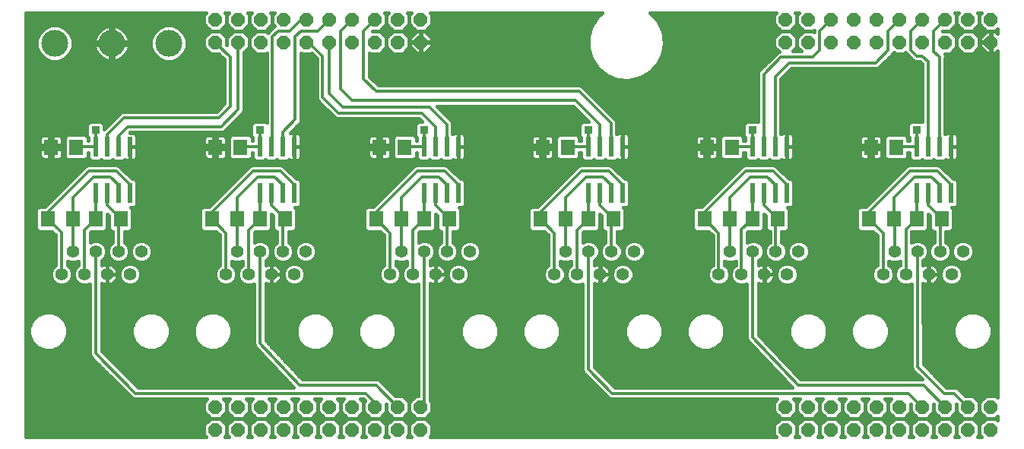
<source format=gtl>
G75*
%MOIN*%
%OFA0B0*%
%FSLAX24Y24*%
%IPPOS*%
%LPD*%
%AMOC8*
5,1,8,0,0,1.08239X$1,22.5*
%
%ADD10OC8,0.0600*%
%ADD11R,0.0630X0.0709*%
%ADD12C,0.0554*%
%ADD13C,0.1181*%
%ADD14R,0.0236X0.0866*%
%ADD15C,0.0120*%
%ADD16R,0.0357X0.0357*%
%ADD17C,0.0160*%
%ADD18C,0.0560*%
D10*
X017443Y009893D03*
X018443Y009893D03*
X019443Y009893D03*
X020443Y009893D03*
X021443Y009893D03*
X022443Y009893D03*
X023443Y009893D03*
X024443Y009893D03*
X025443Y009893D03*
X026443Y009893D03*
X026443Y010893D03*
X025443Y010893D03*
X024443Y010893D03*
X023443Y010893D03*
X022443Y010893D03*
X021443Y010893D03*
X020443Y010893D03*
X019443Y010893D03*
X018443Y010893D03*
X017443Y010893D03*
X042443Y010893D03*
X043443Y010893D03*
X044443Y010893D03*
X045443Y010893D03*
X046443Y010893D03*
X047443Y010893D03*
X048443Y010893D03*
X049443Y010893D03*
X050443Y010893D03*
X051443Y010893D03*
X051443Y009893D03*
X050443Y009893D03*
X049443Y009893D03*
X048443Y009893D03*
X047443Y009893D03*
X046443Y009893D03*
X045443Y009893D03*
X044443Y009893D03*
X043443Y009893D03*
X042443Y009893D03*
X042443Y026893D03*
X043443Y026893D03*
X044443Y026893D03*
X045443Y026893D03*
X046443Y026893D03*
X047443Y026893D03*
X048443Y026893D03*
X049443Y026893D03*
X050443Y026893D03*
X051443Y026893D03*
X051443Y027893D03*
X050443Y027893D03*
X049443Y027893D03*
X048443Y027893D03*
X047443Y027893D03*
X046443Y027893D03*
X045443Y027893D03*
X044443Y027893D03*
X043443Y027893D03*
X042443Y027893D03*
X026443Y027893D03*
X025443Y027893D03*
X024443Y027893D03*
X023443Y027893D03*
X022443Y027893D03*
X021443Y027893D03*
X020443Y027893D03*
X019443Y027893D03*
X018443Y027893D03*
X017443Y027893D03*
X017443Y026893D03*
X018443Y026893D03*
X019443Y026893D03*
X020443Y026893D03*
X021443Y026893D03*
X022443Y026893D03*
X023443Y026893D03*
X024443Y026893D03*
X025443Y026893D03*
X026443Y026893D03*
D11*
X025734Y022288D03*
X024632Y022288D03*
X024482Y019138D03*
X025584Y019138D03*
X026582Y019138D03*
X027684Y019138D03*
X031682Y019138D03*
X032784Y019138D03*
X033782Y019138D03*
X034884Y019138D03*
X038882Y019138D03*
X039984Y019138D03*
X040982Y019138D03*
X042084Y019138D03*
X046082Y019138D03*
X047184Y019138D03*
X048182Y019138D03*
X049284Y019138D03*
X047284Y022288D03*
X046182Y022288D03*
X040084Y022288D03*
X038982Y022288D03*
X032884Y022288D03*
X031782Y022288D03*
X020484Y019138D03*
X019382Y019138D03*
X018384Y019138D03*
X017282Y019138D03*
X013284Y019138D03*
X012182Y019138D03*
X011184Y019138D03*
X010082Y019138D03*
X010232Y022288D03*
X011334Y022288D03*
X017432Y022288D03*
X018534Y022288D03*
D12*
X018393Y017708D03*
X019393Y017708D03*
X020393Y017708D03*
X021393Y017708D03*
X020893Y016708D03*
X019893Y016708D03*
X018893Y016708D03*
X017893Y016708D03*
X014188Y017708D03*
X013188Y017708D03*
X012188Y017708D03*
X011188Y017708D03*
X011688Y016708D03*
X010688Y016708D03*
X012688Y016708D03*
X013688Y016708D03*
X025098Y016708D03*
X026098Y016708D03*
X027098Y016708D03*
X028098Y016708D03*
X028598Y017708D03*
X027598Y017708D03*
X026598Y017708D03*
X025598Y017708D03*
X032303Y016708D03*
X033303Y016708D03*
X034303Y016708D03*
X035303Y016708D03*
X035803Y017708D03*
X034803Y017708D03*
X033803Y017708D03*
X032803Y017708D03*
X039508Y016708D03*
X040508Y016708D03*
X041508Y016708D03*
X042508Y016708D03*
X043008Y017708D03*
X042008Y017708D03*
X041008Y017708D03*
X040008Y017708D03*
X046713Y016708D03*
X047713Y016708D03*
X048713Y016708D03*
X049713Y016708D03*
X050213Y017708D03*
X049213Y017708D03*
X048213Y017708D03*
X047213Y017708D03*
D13*
X015393Y026843D03*
X012893Y026843D03*
X010393Y026843D03*
D14*
X012183Y022312D03*
X012683Y022312D03*
X013183Y022312D03*
X013683Y022312D03*
X013683Y020265D03*
X013183Y020265D03*
X012683Y020265D03*
X012183Y020265D03*
X019383Y020265D03*
X019883Y020265D03*
X020383Y020265D03*
X020883Y020265D03*
X020883Y022312D03*
X020383Y022312D03*
X019883Y022312D03*
X019383Y022312D03*
X026583Y022312D03*
X027083Y022312D03*
X027583Y022312D03*
X028083Y022312D03*
X028083Y020265D03*
X027583Y020265D03*
X027083Y020265D03*
X026583Y020265D03*
X033783Y020265D03*
X034283Y020265D03*
X034783Y020265D03*
X035283Y020265D03*
X035283Y022312D03*
X034783Y022312D03*
X034283Y022312D03*
X033783Y022312D03*
X040983Y022312D03*
X041483Y022312D03*
X041983Y022312D03*
X042483Y022312D03*
X042483Y020265D03*
X041983Y020265D03*
X041483Y020265D03*
X040983Y020265D03*
X048183Y020265D03*
X048683Y020265D03*
X049183Y020265D03*
X049683Y020265D03*
X049683Y022312D03*
X049183Y022312D03*
X048683Y022312D03*
X048183Y022312D03*
D15*
X047284Y022312D01*
X047284Y022288D01*
X047309Y022313D01*
X048183Y022312D02*
X048183Y023038D01*
X048683Y022312D02*
X048683Y026033D01*
X048693Y026043D01*
X048443Y026293D01*
X048193Y026293D01*
X047943Y026543D01*
X047943Y027393D01*
X048443Y027893D01*
X048943Y027393D02*
X049443Y027893D01*
X048943Y027393D02*
X048943Y026493D01*
X049168Y026268D01*
X049183Y026253D01*
X049183Y022312D01*
X049083Y021238D02*
X047883Y021238D01*
X046083Y019438D01*
X046083Y019139D01*
X046082Y019138D01*
X046713Y018507D01*
X046713Y016708D01*
X047713Y016708D02*
X047713Y018669D01*
X048182Y019138D01*
X048183Y019138D01*
X048183Y019139D02*
X048182Y019138D01*
X048183Y019139D02*
X048183Y020265D01*
X048683Y020265D02*
X048683Y019739D01*
X049284Y019138D01*
X049213Y019067D01*
X049213Y017708D01*
X048213Y017708D02*
X048226Y012660D01*
X049393Y011493D01*
X049843Y011493D01*
X050443Y010893D01*
X049443Y010893D02*
X048493Y011843D01*
X042993Y011843D01*
X040993Y013943D01*
X041008Y017708D01*
X042008Y017708D02*
X042008Y019062D01*
X042084Y019138D01*
X041483Y019739D01*
X041483Y020265D01*
X041983Y020265D02*
X041983Y020638D01*
X041633Y020988D01*
X040883Y020988D01*
X039983Y020088D01*
X039983Y019139D01*
X039984Y019138D01*
X040008Y019114D01*
X040008Y017708D01*
X039508Y018512D02*
X038882Y019138D01*
X038883Y019139D01*
X038883Y019438D01*
X040683Y021238D01*
X041883Y021238D01*
X042483Y020638D01*
X042483Y020265D01*
X040983Y020265D02*
X040983Y019138D01*
X040982Y019138D01*
X040508Y018664D01*
X040508Y016708D01*
X039508Y016708D02*
X039508Y018512D01*
X040982Y019138D02*
X040983Y019139D01*
X040983Y022312D02*
X040983Y023038D01*
X040983Y022313D02*
X040109Y022313D01*
X040084Y022288D01*
X040983Y022313D02*
X040983Y022312D01*
X041483Y022312D02*
X041483Y025483D01*
X042243Y026243D01*
X043643Y026243D01*
X043943Y026543D01*
X043943Y027393D01*
X044443Y027893D01*
X046943Y027393D02*
X046943Y026543D01*
X046393Y025993D01*
X042593Y025993D01*
X041983Y025383D01*
X041983Y022312D01*
X047183Y020088D02*
X047183Y019139D01*
X047184Y019138D01*
X047213Y019109D01*
X047213Y017708D01*
X047183Y020088D02*
X048083Y020988D01*
X048833Y020988D01*
X049183Y020638D01*
X049183Y020265D01*
X049683Y020265D02*
X049683Y020638D01*
X049083Y021238D01*
X049193Y026243D02*
X049183Y026253D01*
X047443Y027893D02*
X046943Y027393D01*
X035283Y020638D02*
X034683Y021238D01*
X033483Y021238D01*
X031683Y019438D01*
X031683Y019139D01*
X031682Y019138D01*
X032303Y018517D01*
X032303Y016708D01*
X033303Y016708D02*
X033303Y018659D01*
X033782Y019138D01*
X033783Y019138D01*
X033783Y020265D01*
X034283Y020265D02*
X034283Y019739D01*
X034884Y019138D01*
X034803Y019057D01*
X034803Y017708D01*
X033803Y017708D02*
X033793Y012543D01*
X034843Y011493D01*
X047843Y011493D01*
X048443Y010893D01*
X033783Y019139D02*
X033782Y019138D01*
X032803Y019119D02*
X032784Y019138D01*
X032783Y019139D01*
X032783Y020088D01*
X033683Y020988D01*
X034433Y020988D01*
X034783Y020638D01*
X034783Y020265D01*
X035283Y020265D02*
X035283Y020638D01*
X034783Y022312D02*
X034783Y023338D01*
X033383Y024738D01*
X024483Y024738D01*
X023943Y025278D01*
X023943Y027393D01*
X024443Y027893D01*
X023443Y027893D02*
X022943Y027393D01*
X022943Y024828D01*
X023433Y024338D01*
X033233Y024338D01*
X034283Y023288D01*
X034283Y022312D01*
X033783Y022312D02*
X032884Y022312D01*
X032884Y022288D01*
X032909Y022313D01*
X033783Y022312D02*
X033783Y023038D01*
X028083Y020638D02*
X028083Y020265D01*
X028083Y020638D02*
X027483Y021238D01*
X026283Y021238D01*
X024483Y019438D01*
X024483Y019139D01*
X024482Y019138D01*
X025098Y018522D01*
X025098Y016708D01*
X026098Y016708D02*
X026098Y018654D01*
X026582Y019138D01*
X026583Y019138D01*
X026583Y020265D01*
X027083Y020265D02*
X027083Y019739D01*
X027684Y019138D01*
X027598Y019052D01*
X027598Y017708D01*
X026598Y017708D02*
X026593Y011043D01*
X026443Y010893D01*
X025443Y010893D02*
X024493Y011843D01*
X021143Y011843D01*
X019393Y013693D01*
X019393Y017708D01*
X020393Y017708D02*
X020393Y019047D01*
X020484Y019138D01*
X019883Y019739D01*
X019883Y020265D01*
X020383Y020265D02*
X020383Y020638D01*
X020033Y020988D01*
X019283Y020988D01*
X018383Y020088D01*
X018383Y019139D01*
X018384Y019138D01*
X018393Y019129D01*
X018393Y017708D01*
X017893Y018527D02*
X017282Y019138D01*
X017283Y019139D01*
X017283Y019438D01*
X019083Y021238D01*
X020283Y021238D01*
X020883Y020638D01*
X020883Y020265D01*
X019383Y020265D02*
X019382Y020265D01*
X019382Y019138D01*
X018893Y018649D01*
X018893Y016708D01*
X017893Y016708D02*
X017893Y018527D01*
X019382Y019138D02*
X019383Y019139D01*
X019383Y022312D02*
X018534Y022312D01*
X018534Y022288D01*
X018559Y022313D01*
X019383Y022312D02*
X019383Y023038D01*
X020383Y022938D02*
X020943Y023498D01*
X020943Y027143D01*
X021193Y027393D01*
X021943Y027393D01*
X022443Y027893D01*
X021443Y027893D02*
X021193Y027893D01*
X020693Y027393D01*
X020193Y027393D01*
X019943Y027143D01*
X019943Y022373D01*
X019933Y022363D01*
X019883Y022363D01*
X019883Y022312D01*
X020383Y022312D02*
X020383Y022938D01*
X018443Y023948D02*
X018443Y026893D01*
X018093Y026243D02*
X017443Y026893D01*
X018093Y026243D02*
X018093Y024093D01*
X017593Y023593D01*
X013443Y023593D01*
X012683Y022833D01*
X012683Y022312D01*
X013183Y022312D02*
X013183Y022788D01*
X013583Y023188D01*
X017683Y023188D01*
X018443Y023948D01*
X022143Y024478D02*
X022143Y026293D01*
X021543Y026893D01*
X021443Y026893D01*
X022443Y026893D02*
X022443Y024628D01*
X023033Y024038D01*
X026833Y024038D01*
X027583Y023288D01*
X027583Y022312D01*
X027083Y022312D02*
X027083Y023188D01*
X026483Y023788D01*
X022833Y023788D01*
X022143Y024478D01*
X025734Y022312D02*
X025734Y022288D01*
X025759Y022313D01*
X025734Y022312D02*
X026583Y022312D01*
X026583Y023038D01*
X026483Y020988D02*
X025583Y020088D01*
X025583Y019139D01*
X025584Y019138D01*
X025598Y019124D01*
X025598Y017708D01*
X026582Y019138D02*
X026583Y019139D01*
X027583Y019037D02*
X027684Y019138D01*
X027583Y020265D02*
X027583Y020638D01*
X027233Y020988D01*
X026483Y020988D01*
X032783Y019137D02*
X032784Y019138D01*
X032803Y019119D02*
X032803Y017708D01*
X024443Y011093D02*
X024043Y011493D01*
X013943Y011493D01*
X012193Y013243D01*
X012188Y017708D01*
X011188Y017708D02*
X011188Y019134D01*
X011184Y019138D01*
X011183Y019139D01*
X011183Y020088D01*
X012083Y020988D01*
X012833Y020988D01*
X013183Y020638D01*
X013183Y020265D01*
X013683Y020265D02*
X013683Y020638D01*
X013083Y021238D01*
X011883Y021238D01*
X010083Y019438D01*
X010083Y019139D01*
X010082Y019138D01*
X010688Y018532D01*
X010688Y016708D01*
X011688Y016708D02*
X011688Y018644D01*
X012182Y019138D01*
X012183Y019138D01*
X012183Y020265D01*
X012683Y020265D02*
X012683Y019739D01*
X013284Y019138D01*
X013188Y019042D01*
X013188Y017708D01*
X012183Y019139D02*
X012182Y019138D01*
X012183Y022312D02*
X012183Y023038D01*
X012183Y022313D02*
X011359Y022313D01*
X011334Y022288D01*
X012183Y022313D02*
X012183Y022312D01*
X024443Y011093D02*
X024443Y010893D01*
D16*
X026583Y023038D03*
X033783Y023038D03*
X040983Y023038D03*
X048183Y023038D03*
X019383Y023038D03*
X012183Y023038D03*
D17*
X009143Y028188D02*
X009143Y009593D01*
X017036Y009593D01*
X016943Y009686D01*
X016943Y010100D01*
X017236Y010393D01*
X017650Y010393D01*
X017943Y010100D01*
X017943Y009686D01*
X018036Y009593D01*
X017850Y009593D01*
X017943Y009686D01*
X017943Y010100D01*
X018236Y010393D01*
X018650Y010393D01*
X018943Y010100D01*
X018943Y009686D01*
X019036Y009593D01*
X018850Y009593D01*
X018943Y009686D01*
X018943Y010100D01*
X019236Y010393D01*
X019650Y010393D01*
X019943Y010100D01*
X019943Y009686D01*
X020036Y009593D01*
X019850Y009593D01*
X019943Y009686D01*
X019943Y010100D01*
X020236Y010393D01*
X020650Y010393D01*
X020943Y010100D01*
X020943Y009686D01*
X021036Y009593D01*
X020850Y009593D01*
X020943Y009686D01*
X020943Y010100D01*
X021236Y010393D01*
X021650Y010393D01*
X021943Y010100D01*
X021943Y009686D01*
X022036Y009593D01*
X021850Y009593D01*
X021943Y009686D01*
X021943Y010100D01*
X022236Y010393D01*
X022650Y010393D01*
X022943Y010100D01*
X022943Y009686D01*
X023036Y009593D01*
X022850Y009593D01*
X022943Y009686D01*
X022943Y010100D01*
X023236Y010393D01*
X023650Y010393D01*
X023943Y010100D01*
X023943Y009686D01*
X024036Y009593D01*
X023850Y009593D01*
X023943Y009686D01*
X023943Y010100D01*
X024236Y010393D01*
X024650Y010393D01*
X024943Y010100D01*
X024943Y009686D01*
X025036Y009593D01*
X024850Y009593D01*
X024943Y009686D01*
X024943Y010100D01*
X025236Y010393D01*
X025650Y010393D01*
X025943Y010100D01*
X025943Y009686D01*
X026036Y009593D01*
X025850Y009593D01*
X025943Y009686D01*
X025943Y010100D01*
X026236Y010393D01*
X026650Y010393D01*
X026943Y010100D01*
X026943Y009686D01*
X026850Y009593D01*
X042036Y009593D01*
X041943Y009686D01*
X041943Y010100D01*
X042236Y010393D01*
X042650Y010393D01*
X042943Y010100D01*
X042943Y009686D01*
X043036Y009593D01*
X042850Y009593D01*
X042943Y009686D01*
X042943Y010100D01*
X043236Y010393D01*
X043650Y010393D01*
X043943Y010100D01*
X043943Y009686D01*
X044036Y009593D01*
X043850Y009593D01*
X043943Y009686D01*
X043943Y010100D01*
X044236Y010393D01*
X044650Y010393D01*
X044943Y010100D01*
X044943Y009686D01*
X045036Y009593D01*
X044850Y009593D01*
X044943Y009686D01*
X044943Y010100D01*
X045236Y010393D01*
X045650Y010393D01*
X045943Y010100D01*
X045943Y009686D01*
X046036Y009593D01*
X045850Y009593D01*
X045943Y009686D01*
X045943Y010100D01*
X046236Y010393D01*
X046650Y010393D01*
X046943Y010100D01*
X046943Y009686D01*
X047036Y009593D01*
X046850Y009593D01*
X046943Y009686D01*
X046943Y010100D01*
X047236Y010393D01*
X047650Y010393D01*
X047943Y010100D01*
X047943Y009686D01*
X048036Y009593D01*
X047850Y009593D01*
X047943Y009686D01*
X047943Y010100D01*
X048236Y010393D01*
X048650Y010393D01*
X048943Y010100D01*
X048943Y009686D01*
X049036Y009593D01*
X048850Y009593D01*
X048943Y009686D01*
X048943Y010100D01*
X049236Y010393D01*
X049650Y010393D01*
X049943Y010100D01*
X049943Y009686D01*
X050036Y009593D01*
X049850Y009593D01*
X049943Y009686D01*
X049943Y010100D01*
X050236Y010393D01*
X050650Y010393D01*
X050943Y010100D01*
X050943Y009686D01*
X051036Y009593D01*
X050850Y009593D01*
X050943Y009686D01*
X050943Y010100D01*
X051236Y010393D01*
X051650Y010393D01*
X051735Y010308D01*
X051735Y010478D01*
X051650Y010393D01*
X051236Y010393D01*
X050943Y010686D01*
X050943Y011100D01*
X050650Y011393D01*
X050311Y011393D01*
X049990Y011714D01*
X049895Y011753D01*
X049501Y011753D01*
X048486Y012768D01*
X048476Y016316D01*
X048537Y016285D01*
X048606Y016262D01*
X048677Y016251D01*
X048704Y016251D01*
X048704Y016700D01*
X048721Y016700D01*
X048721Y016251D01*
X048749Y016251D01*
X048820Y016262D01*
X048888Y016285D01*
X048952Y016317D01*
X049011Y016360D01*
X049062Y016410D01*
X049104Y016469D01*
X049137Y016533D01*
X049159Y016601D01*
X049170Y016672D01*
X049170Y016700D01*
X048721Y016700D01*
X048721Y016717D01*
X048704Y016717D01*
X048704Y017165D01*
X048677Y017165D01*
X048606Y017154D01*
X048537Y017132D01*
X048474Y017100D01*
X048474Y017300D01*
X048483Y017304D01*
X048617Y017438D01*
X048690Y017613D01*
X048690Y017803D01*
X048617Y017979D01*
X048483Y018113D01*
X048308Y018185D01*
X048118Y018185D01*
X047973Y018125D01*
X047973Y018562D01*
X047995Y018584D01*
X048579Y018584D01*
X048697Y018701D01*
X048697Y019358D01*
X048769Y019286D01*
X048769Y018701D01*
X048886Y018584D01*
X048953Y018584D01*
X048953Y018117D01*
X048943Y018113D01*
X048808Y017979D01*
X048736Y017803D01*
X048736Y017613D01*
X048808Y017438D01*
X048943Y017304D01*
X049118Y017231D01*
X049308Y017231D01*
X049483Y017304D01*
X049617Y017438D01*
X049690Y017613D01*
X049690Y017803D01*
X049617Y017979D01*
X049483Y018113D01*
X049473Y018117D01*
X049473Y018584D01*
X049682Y018584D01*
X049799Y018701D01*
X049799Y019575D01*
X049743Y019632D01*
X049884Y019632D01*
X050001Y019749D01*
X050001Y020781D01*
X049884Y020898D01*
X049791Y020898D01*
X049230Y021459D01*
X049135Y021498D01*
X047831Y021498D01*
X047736Y021459D01*
X045969Y019693D01*
X045684Y019693D01*
X045567Y019575D01*
X045567Y018701D01*
X045684Y018584D01*
X046268Y018584D01*
X046453Y018399D01*
X046453Y017117D01*
X046443Y017113D01*
X046308Y016979D01*
X046236Y016803D01*
X046236Y016613D01*
X046308Y016438D01*
X046443Y016304D01*
X046618Y016231D01*
X046808Y016231D01*
X046983Y016304D01*
X047117Y016438D01*
X047190Y016613D01*
X047190Y016803D01*
X047117Y016979D01*
X046983Y017113D01*
X046973Y017117D01*
X046973Y017291D01*
X047118Y017231D01*
X047308Y017231D01*
X047453Y017291D01*
X047453Y017117D01*
X047443Y017113D01*
X047308Y016979D01*
X047236Y016803D01*
X047236Y016613D01*
X047308Y016438D01*
X047443Y016304D01*
X047618Y016231D01*
X047808Y016231D01*
X047957Y016293D01*
X047966Y012660D01*
X047966Y012609D01*
X047966Y012608D01*
X047986Y012560D01*
X048006Y012513D01*
X048006Y012512D01*
X048043Y012476D01*
X048415Y012103D01*
X043104Y012103D01*
X041253Y014047D01*
X041262Y016322D01*
X041268Y016317D01*
X041332Y016285D01*
X041401Y016262D01*
X041472Y016251D01*
X041499Y016251D01*
X041499Y016700D01*
X041516Y016700D01*
X041516Y016251D01*
X041544Y016251D01*
X041615Y016262D01*
X041683Y016285D01*
X041747Y016317D01*
X041806Y016360D01*
X041857Y016410D01*
X041899Y016469D01*
X041932Y016533D01*
X041954Y016601D01*
X041965Y016672D01*
X041965Y016700D01*
X041516Y016700D01*
X041516Y016717D01*
X041499Y016717D01*
X041499Y017165D01*
X041472Y017165D01*
X041401Y017154D01*
X041332Y017132D01*
X041268Y017099D01*
X041265Y017097D01*
X041266Y017299D01*
X041278Y017304D01*
X041412Y017438D01*
X041485Y017613D01*
X041485Y017803D01*
X041412Y017979D01*
X041278Y018113D01*
X041103Y018185D01*
X040913Y018185D01*
X040768Y018125D01*
X040768Y018557D01*
X040795Y018584D01*
X041379Y018584D01*
X041497Y018701D01*
X041497Y019358D01*
X041569Y019286D01*
X041569Y018701D01*
X041686Y018584D01*
X041748Y018584D01*
X041748Y018117D01*
X041738Y018113D01*
X041603Y017979D01*
X041531Y017803D01*
X041531Y017613D01*
X041603Y017438D01*
X041738Y017304D01*
X041913Y017231D01*
X042103Y017231D01*
X042278Y017304D01*
X042412Y017438D01*
X042485Y017613D01*
X042485Y017803D01*
X042412Y017979D01*
X042278Y018113D01*
X042268Y018117D01*
X042268Y018584D01*
X042482Y018584D01*
X042599Y018701D01*
X042599Y019575D01*
X042543Y019632D01*
X042684Y019632D01*
X042801Y019749D01*
X042801Y020781D01*
X042684Y020898D01*
X042591Y020898D01*
X042103Y021386D01*
X042030Y021459D01*
X041935Y021498D01*
X040631Y021498D01*
X040536Y021459D01*
X038769Y019693D01*
X038484Y019693D01*
X038367Y019575D01*
X038367Y018701D01*
X038484Y018584D01*
X039068Y018584D01*
X039248Y018404D01*
X039248Y017117D01*
X039238Y017113D01*
X039103Y016979D01*
X039031Y016803D01*
X039031Y016613D01*
X039103Y016438D01*
X039238Y016304D01*
X039413Y016231D01*
X039603Y016231D01*
X039778Y016304D01*
X039912Y016438D01*
X039985Y016613D01*
X039985Y016803D01*
X039912Y016979D01*
X039778Y017113D01*
X039768Y017117D01*
X039768Y017291D01*
X039913Y017231D01*
X040103Y017231D01*
X040248Y017291D01*
X040248Y017117D01*
X040238Y017113D01*
X040103Y016979D01*
X040031Y016803D01*
X040031Y016613D01*
X040103Y016438D01*
X040238Y016304D01*
X040413Y016231D01*
X040603Y016231D01*
X040742Y016289D01*
X040733Y013947D01*
X040732Y013898D01*
X040733Y013895D01*
X040733Y013893D01*
X040751Y013847D01*
X040769Y013801D01*
X040771Y013799D01*
X040772Y013797D01*
X040806Y013762D01*
X042720Y011753D01*
X034951Y011753D01*
X034053Y012651D01*
X034060Y016320D01*
X034063Y016317D01*
X034127Y016285D01*
X034196Y016262D01*
X034267Y016251D01*
X034294Y016251D01*
X034294Y016700D01*
X034311Y016700D01*
X034311Y016251D01*
X034339Y016251D01*
X034410Y016262D01*
X034478Y016285D01*
X034542Y016317D01*
X034601Y016360D01*
X034652Y016410D01*
X034694Y016469D01*
X034727Y016533D01*
X034749Y016601D01*
X034760Y016672D01*
X034760Y016700D01*
X034311Y016700D01*
X034311Y016717D01*
X034294Y016717D01*
X034294Y017165D01*
X034267Y017165D01*
X034196Y017154D01*
X034127Y017132D01*
X034063Y017099D01*
X034062Y017098D01*
X034062Y017299D01*
X034073Y017304D01*
X034207Y017438D01*
X034280Y017613D01*
X034280Y017803D01*
X034207Y017979D01*
X034073Y018113D01*
X033898Y018185D01*
X033708Y018185D01*
X033563Y018125D01*
X033563Y018552D01*
X033595Y018584D01*
X034179Y018584D01*
X034297Y018701D01*
X034297Y019358D01*
X034369Y019286D01*
X034369Y018701D01*
X034486Y018584D01*
X034543Y018584D01*
X034543Y018117D01*
X034533Y018113D01*
X034398Y017979D01*
X034326Y017803D01*
X034326Y017613D01*
X034398Y017438D01*
X034533Y017304D01*
X034708Y017231D01*
X034898Y017231D01*
X035073Y017304D01*
X035207Y017438D01*
X035280Y017613D01*
X035280Y017803D01*
X035207Y017979D01*
X035073Y018113D01*
X035063Y018117D01*
X035063Y018584D01*
X035282Y018584D01*
X035399Y018701D01*
X035399Y019575D01*
X035343Y019632D01*
X035484Y019632D01*
X035601Y019749D01*
X035601Y020781D01*
X035484Y020898D01*
X035391Y020898D01*
X034903Y021386D01*
X034830Y021459D01*
X034735Y021498D01*
X033431Y021498D01*
X033336Y021459D01*
X031569Y019693D01*
X031284Y019693D01*
X031167Y019575D01*
X031167Y018701D01*
X031284Y018584D01*
X031868Y018584D01*
X032043Y018409D01*
X032043Y017117D01*
X032033Y017113D01*
X031898Y016979D01*
X031826Y016803D01*
X031826Y016613D01*
X031898Y016438D01*
X032033Y016304D01*
X032208Y016231D01*
X032398Y016231D01*
X032573Y016304D01*
X032707Y016438D01*
X032780Y016613D01*
X032780Y016803D01*
X032707Y016979D01*
X032573Y017113D01*
X032563Y017117D01*
X032563Y017291D01*
X032708Y017231D01*
X032898Y017231D01*
X033043Y017291D01*
X033043Y017117D01*
X033033Y017113D01*
X032898Y016979D01*
X032826Y016803D01*
X032826Y016613D01*
X032898Y016438D01*
X033033Y016304D01*
X033208Y016231D01*
X033398Y016231D01*
X033540Y016290D01*
X033533Y012595D01*
X033533Y012544D01*
X033533Y012492D01*
X033533Y012492D01*
X033533Y012492D01*
X033553Y012444D01*
X033572Y012396D01*
X033572Y012396D01*
X033572Y012396D01*
X033609Y012360D01*
X033645Y012323D01*
X033645Y012323D01*
X034696Y011273D01*
X034791Y011233D01*
X042076Y011233D01*
X041943Y011100D01*
X041943Y010686D01*
X042236Y010393D01*
X042650Y010393D01*
X042943Y010686D01*
X043236Y010393D01*
X043650Y010393D01*
X043943Y010686D01*
X044236Y010393D01*
X044650Y010393D01*
X044943Y010686D01*
X045236Y010393D01*
X045650Y010393D01*
X045943Y010686D01*
X046236Y010393D01*
X046650Y010393D01*
X046943Y010686D01*
X047236Y010393D01*
X047650Y010393D01*
X047943Y010686D01*
X048236Y010393D01*
X048650Y010393D01*
X048943Y010686D01*
X049236Y010393D01*
X049650Y010393D01*
X049943Y010686D01*
X050236Y010393D01*
X050650Y010393D01*
X050943Y010686D01*
X050943Y011100D01*
X051236Y011393D01*
X051650Y011393D01*
X051735Y011308D01*
X051735Y026507D01*
X051642Y026413D01*
X051463Y026413D01*
X051463Y026873D01*
X051423Y026873D01*
X051423Y026413D01*
X051244Y026413D01*
X050963Y026694D01*
X050963Y026873D01*
X051423Y026873D01*
X051423Y026913D01*
X050963Y026913D01*
X050963Y027092D01*
X051244Y027373D01*
X051423Y027373D01*
X051423Y026913D01*
X051463Y026913D01*
X051463Y027373D01*
X051642Y027373D01*
X051735Y027280D01*
X051735Y027478D01*
X051650Y027393D01*
X051236Y027393D01*
X050943Y027686D01*
X050943Y028100D01*
X051031Y028188D01*
X050855Y028188D01*
X050943Y028100D01*
X050943Y027686D01*
X050650Y027393D01*
X050236Y027393D01*
X049943Y027100D01*
X049943Y026686D01*
X050236Y026393D01*
X050650Y026393D01*
X050943Y026686D01*
X050943Y027100D01*
X050650Y027393D01*
X050236Y027393D01*
X049943Y027686D01*
X049943Y028100D01*
X050031Y028188D01*
X049855Y028188D01*
X049943Y028100D01*
X049943Y027686D01*
X049650Y027393D01*
X049311Y027393D01*
X049650Y027393D01*
X049943Y027100D01*
X049943Y026686D01*
X049650Y026393D01*
X049411Y026393D01*
X049413Y026391D01*
X049453Y026295D01*
X049453Y026192D01*
X049443Y026167D01*
X049443Y022886D01*
X049447Y022882D01*
X049454Y022889D01*
X049495Y022913D01*
X049541Y022925D01*
X049683Y022925D01*
X049683Y022312D01*
X049981Y022312D01*
X049981Y022769D01*
X049969Y022814D01*
X049945Y022856D01*
X049911Y022889D01*
X049870Y022913D01*
X049825Y022925D01*
X049683Y022925D01*
X049683Y022312D01*
X049683Y022312D01*
X049683Y022312D01*
X049981Y022312D01*
X049981Y021855D01*
X049969Y021809D01*
X049945Y021768D01*
X049911Y021735D01*
X049870Y021711D01*
X049825Y021699D01*
X049683Y021699D01*
X049683Y022312D01*
X049683Y022312D01*
X049683Y021699D01*
X049541Y021699D01*
X049495Y021711D01*
X049454Y021735D01*
X049447Y021742D01*
X049384Y021679D01*
X048982Y021679D01*
X048933Y021728D01*
X048884Y021679D01*
X048482Y021679D01*
X048433Y021728D01*
X048384Y021679D01*
X047982Y021679D01*
X047865Y021796D01*
X047865Y022052D01*
X047799Y022052D01*
X047799Y021851D01*
X047682Y021734D01*
X046886Y021734D01*
X046769Y021851D01*
X046769Y022725D01*
X046886Y022843D01*
X047682Y022843D01*
X047799Y022725D01*
X047799Y022572D01*
X047865Y022572D01*
X047865Y022717D01*
X047804Y022777D01*
X047804Y023300D01*
X047922Y023417D01*
X048423Y023417D01*
X048423Y025946D01*
X048335Y026033D01*
X048141Y026033D01*
X048046Y026073D01*
X047972Y026146D01*
X047722Y026396D01*
X047702Y026445D01*
X047650Y026393D01*
X047236Y026393D01*
X047184Y026445D01*
X047163Y026396D01*
X047090Y026323D01*
X046540Y025773D01*
X046445Y025733D01*
X042701Y025733D01*
X042243Y025276D01*
X042243Y022886D01*
X042247Y022882D01*
X042254Y022889D01*
X042295Y022913D01*
X042341Y022925D01*
X042483Y022925D01*
X042483Y022312D01*
X042781Y022312D01*
X042781Y022769D01*
X042769Y022814D01*
X042745Y022856D01*
X042711Y022889D01*
X042670Y022913D01*
X042625Y022925D01*
X042483Y022925D01*
X042483Y022312D01*
X042483Y022312D01*
X042483Y022312D01*
X042781Y022312D01*
X042781Y021855D01*
X042769Y021809D01*
X042745Y021768D01*
X042711Y021735D01*
X042670Y021711D01*
X042625Y021699D01*
X042483Y021699D01*
X042483Y022312D01*
X042483Y022312D01*
X042483Y021699D01*
X042341Y021699D01*
X042295Y021711D01*
X042254Y021735D01*
X042247Y021742D01*
X042184Y021679D01*
X041782Y021679D01*
X041733Y021728D01*
X041684Y021679D01*
X041282Y021679D01*
X041233Y021728D01*
X041184Y021679D01*
X040782Y021679D01*
X040665Y021796D01*
X040665Y022053D01*
X040599Y022053D01*
X040599Y021851D01*
X040482Y021734D01*
X039686Y021734D01*
X039569Y021851D01*
X039569Y022725D01*
X039686Y022843D01*
X040482Y022843D01*
X040599Y022725D01*
X040599Y022573D01*
X040665Y022573D01*
X040665Y022717D01*
X040604Y022777D01*
X040604Y023300D01*
X040722Y023417D01*
X041223Y023417D01*
X041223Y025535D01*
X041262Y025631D01*
X041336Y025704D01*
X042022Y026391D01*
X042096Y026464D01*
X042145Y026484D01*
X041943Y026686D01*
X041943Y027100D01*
X042236Y027393D01*
X042650Y027393D01*
X042943Y027100D01*
X042943Y026686D01*
X043126Y026503D01*
X042760Y026503D01*
X042943Y026686D01*
X042943Y027100D01*
X043236Y027393D01*
X043650Y027393D01*
X043683Y027360D01*
X043683Y027426D01*
X043650Y027393D01*
X043236Y027393D01*
X042943Y027686D01*
X042943Y028100D01*
X043031Y028188D01*
X042855Y028188D01*
X042943Y028100D01*
X042943Y027686D01*
X042650Y027393D01*
X042236Y027393D01*
X041943Y027686D01*
X041943Y028100D01*
X042031Y028188D01*
X036507Y028188D01*
X036831Y027840D01*
X036831Y027840D01*
X037048Y027388D01*
X037123Y026893D01*
X037048Y026398D01*
X037048Y026398D01*
X036831Y025947D01*
X036831Y025947D01*
X036490Y025580D01*
X036490Y025580D01*
X036057Y025329D01*
X036057Y025329D01*
X035568Y025218D01*
X035568Y025218D01*
X035069Y025255D01*
X035069Y025255D01*
X034603Y025438D01*
X034603Y025438D01*
X034211Y025751D01*
X034211Y025751D01*
X033929Y026164D01*
X033929Y026164D01*
X033782Y026643D01*
X033782Y027144D01*
X033929Y027622D01*
X033929Y027622D01*
X034211Y028036D01*
X034211Y028036D01*
X034211Y028036D01*
X034402Y028188D01*
X026855Y028188D01*
X026943Y028100D01*
X026943Y027686D01*
X026650Y027393D01*
X026236Y027393D01*
X025943Y027686D01*
X025943Y028100D01*
X026031Y028188D01*
X025855Y028188D01*
X025943Y028100D01*
X025943Y027686D01*
X025650Y027393D01*
X025236Y027393D01*
X024943Y027100D01*
X024943Y026686D01*
X025236Y026393D01*
X025650Y026393D01*
X025943Y026686D01*
X025943Y027100D01*
X025650Y027393D01*
X025236Y027393D01*
X024943Y027686D01*
X024943Y028100D01*
X025031Y028188D01*
X024855Y028188D01*
X024943Y028100D01*
X024943Y027686D01*
X024650Y027393D01*
X024311Y027393D01*
X024650Y027393D01*
X024943Y027100D01*
X024943Y026686D01*
X024650Y026393D01*
X024236Y026393D01*
X024203Y026426D01*
X024203Y025386D01*
X024591Y024998D01*
X033435Y024998D01*
X033530Y024959D01*
X033603Y024886D01*
X035003Y023486D01*
X035043Y023390D01*
X035043Y022886D01*
X035047Y022882D01*
X035054Y022889D01*
X035095Y022913D01*
X035141Y022925D01*
X035283Y022925D01*
X035283Y022312D01*
X035581Y022312D01*
X035581Y022769D01*
X035569Y022814D01*
X035545Y022856D01*
X035511Y022889D01*
X035470Y022913D01*
X035425Y022925D01*
X035283Y022925D01*
X035283Y022312D01*
X035283Y022312D01*
X035283Y022312D01*
X035581Y022312D01*
X035581Y021855D01*
X035569Y021809D01*
X035545Y021768D01*
X035511Y021735D01*
X035470Y021711D01*
X035425Y021699D01*
X035283Y021699D01*
X035283Y022312D01*
X035283Y022312D01*
X035283Y021699D01*
X035141Y021699D01*
X035095Y021711D01*
X035054Y021735D01*
X035047Y021742D01*
X034984Y021679D01*
X034582Y021679D01*
X034533Y021728D01*
X034484Y021679D01*
X034082Y021679D01*
X034033Y021728D01*
X033984Y021679D01*
X033582Y021679D01*
X033465Y021796D01*
X033465Y022052D01*
X033399Y022052D01*
X033399Y021851D01*
X033282Y021734D01*
X032486Y021734D01*
X032369Y021851D01*
X032369Y022725D01*
X032486Y022843D01*
X033282Y022843D01*
X033399Y022725D01*
X033399Y022572D01*
X033465Y022572D01*
X033465Y022717D01*
X033404Y022777D01*
X033404Y023300D01*
X033522Y023417D01*
X033787Y023417D01*
X033125Y024078D01*
X027161Y024078D01*
X027730Y023509D01*
X027803Y023436D01*
X027843Y023340D01*
X027843Y022886D01*
X027847Y022882D01*
X027854Y022889D01*
X027895Y022913D01*
X027941Y022925D01*
X028083Y022925D01*
X028083Y022312D01*
X028381Y022312D01*
X028381Y022769D01*
X028369Y022814D01*
X028345Y022856D01*
X028311Y022889D01*
X028270Y022913D01*
X028225Y022925D01*
X028083Y022925D01*
X028083Y022312D01*
X028083Y022312D01*
X028083Y022312D01*
X028381Y022312D01*
X028381Y021855D01*
X028369Y021809D01*
X028345Y021768D01*
X028311Y021735D01*
X028270Y021711D01*
X028225Y021699D01*
X028083Y021699D01*
X028083Y022312D01*
X028083Y022312D01*
X028083Y021699D01*
X027941Y021699D01*
X027895Y021711D01*
X027854Y021735D01*
X027847Y021742D01*
X027784Y021679D01*
X027382Y021679D01*
X027333Y021728D01*
X027284Y021679D01*
X026882Y021679D01*
X026833Y021728D01*
X026784Y021679D01*
X026382Y021679D01*
X026265Y021796D01*
X026265Y022052D01*
X026249Y022052D01*
X026249Y021851D01*
X026132Y021734D01*
X025336Y021734D01*
X025219Y021851D01*
X025219Y022725D01*
X025336Y022843D01*
X026132Y022843D01*
X026249Y022725D01*
X026249Y022572D01*
X026265Y022572D01*
X026265Y022717D01*
X026204Y022777D01*
X026204Y023300D01*
X026322Y023417D01*
X026487Y023417D01*
X026375Y023528D01*
X022781Y023528D01*
X022686Y023568D01*
X021996Y024258D01*
X021922Y024331D01*
X021883Y024427D01*
X021883Y026186D01*
X021663Y026406D01*
X021650Y026393D01*
X021236Y026393D01*
X021203Y026426D01*
X021203Y023447D01*
X021163Y023351D01*
X021090Y023278D01*
X020736Y022924D01*
X020741Y022925D01*
X020883Y022925D01*
X020883Y022312D01*
X021181Y022312D01*
X021181Y022769D01*
X021169Y022814D01*
X021145Y022856D01*
X021111Y022889D01*
X021070Y022913D01*
X021025Y022925D01*
X020883Y022925D01*
X020883Y022312D01*
X020883Y022312D01*
X020883Y022312D01*
X021181Y022312D01*
X021181Y021855D01*
X021169Y021809D01*
X021145Y021768D01*
X021111Y021735D01*
X021070Y021711D01*
X021025Y021699D01*
X020883Y021699D01*
X020883Y022312D01*
X020883Y022312D01*
X020883Y021699D01*
X020741Y021699D01*
X020695Y021711D01*
X020654Y021735D01*
X020647Y021742D01*
X020584Y021679D01*
X020182Y021679D01*
X020133Y021728D01*
X020084Y021679D01*
X019682Y021679D01*
X019633Y021728D01*
X019584Y021679D01*
X019182Y021679D01*
X019065Y021796D01*
X019065Y022052D01*
X019049Y022052D01*
X019049Y021851D01*
X018932Y021734D01*
X018136Y021734D01*
X018019Y021851D01*
X018019Y022725D01*
X018136Y022843D01*
X018932Y022843D01*
X019049Y022725D01*
X019049Y022572D01*
X019065Y022572D01*
X019065Y022717D01*
X019004Y022777D01*
X019004Y023300D01*
X019122Y023417D01*
X019644Y023417D01*
X019683Y023378D01*
X019683Y026426D01*
X019650Y026393D01*
X019236Y026393D01*
X018943Y026686D01*
X018943Y027100D01*
X018650Y027393D01*
X018236Y027393D01*
X017943Y027100D01*
X017650Y027393D01*
X017236Y027393D01*
X016943Y027100D01*
X016943Y026686D01*
X017236Y026393D01*
X017575Y026393D01*
X017833Y026136D01*
X017833Y024201D01*
X017485Y023853D01*
X013391Y023853D01*
X013296Y023814D01*
X013222Y023741D01*
X012561Y023079D01*
X012561Y023300D01*
X012444Y023417D01*
X011922Y023417D01*
X011804Y023300D01*
X011804Y022777D01*
X011865Y022717D01*
X011865Y022573D01*
X011849Y022573D01*
X011849Y022725D01*
X011732Y022843D01*
X010936Y022843D01*
X010819Y022725D01*
X010819Y021851D01*
X010936Y021734D01*
X011732Y021734D01*
X011849Y021851D01*
X011849Y022053D01*
X011865Y022053D01*
X011865Y021796D01*
X011982Y021679D01*
X012384Y021679D01*
X012433Y021728D01*
X012482Y021679D01*
X012884Y021679D01*
X012933Y021728D01*
X012982Y021679D01*
X013384Y021679D01*
X013447Y021742D01*
X013454Y021735D01*
X013495Y021711D01*
X013541Y021699D01*
X013683Y021699D01*
X013825Y021699D01*
X013870Y021711D01*
X013911Y021735D01*
X013945Y021768D01*
X013969Y021809D01*
X013981Y021855D01*
X013981Y022312D01*
X013981Y022769D01*
X013969Y022814D01*
X013945Y022856D01*
X013911Y022889D01*
X013870Y022913D01*
X013825Y022925D01*
X013687Y022925D01*
X013691Y022928D01*
X017735Y022928D01*
X017830Y022968D01*
X018590Y023728D01*
X018663Y023801D01*
X018703Y023897D01*
X018703Y026446D01*
X018943Y026686D01*
X018943Y027100D01*
X019236Y027393D01*
X019650Y027393D01*
X019738Y027306D01*
X019796Y027364D01*
X019796Y027364D01*
X019972Y027541D01*
X019972Y027541D01*
X020030Y027599D01*
X019943Y027686D01*
X019943Y028100D01*
X020031Y028188D01*
X019855Y028188D01*
X019943Y028100D01*
X019943Y027686D01*
X019650Y027393D01*
X019236Y027393D01*
X018943Y027686D01*
X018943Y028100D01*
X019031Y028188D01*
X018855Y028188D01*
X018943Y028100D01*
X018943Y027686D01*
X018650Y027393D01*
X018236Y027393D01*
X017943Y027686D01*
X017943Y028100D01*
X018031Y028188D01*
X017855Y028188D01*
X017943Y028100D01*
X017943Y027686D01*
X017650Y027393D01*
X017236Y027393D01*
X016943Y027686D01*
X016943Y028100D01*
X017031Y028188D01*
X009143Y028188D01*
X009143Y028108D02*
X016950Y028108D01*
X016943Y027949D02*
X009143Y027949D01*
X009143Y027791D02*
X016943Y027791D01*
X016997Y027632D02*
X015554Y027632D01*
X015550Y027634D02*
X015236Y027634D01*
X014945Y027514D01*
X014723Y027291D01*
X014602Y027001D01*
X014602Y026686D01*
X014723Y026395D01*
X014945Y026173D01*
X015236Y026053D01*
X015550Y026053D01*
X015841Y026173D01*
X016063Y026395D01*
X016183Y026686D01*
X016183Y027001D01*
X016063Y027291D01*
X015841Y027514D01*
X015550Y027634D01*
X015232Y027632D02*
X010554Y027632D01*
X010550Y027634D02*
X010236Y027634D01*
X009945Y027514D01*
X009723Y027291D01*
X009602Y027001D01*
X009602Y026686D01*
X009723Y026395D01*
X009945Y026173D01*
X010236Y026053D01*
X010550Y026053D01*
X010841Y026173D01*
X011063Y026395D01*
X011183Y026686D01*
X011183Y027001D01*
X011063Y027291D01*
X010841Y027514D01*
X010550Y027634D01*
X010232Y027632D02*
X009143Y027632D01*
X009143Y027474D02*
X009905Y027474D01*
X009747Y027315D02*
X009143Y027315D01*
X009143Y027157D02*
X009667Y027157D01*
X009602Y026998D02*
X009143Y026998D01*
X009143Y026840D02*
X009602Y026840D01*
X009604Y026681D02*
X009143Y026681D01*
X009143Y026523D02*
X009670Y026523D01*
X009754Y026364D02*
X009143Y026364D01*
X009143Y026206D02*
X009912Y026206D01*
X009143Y026047D02*
X017833Y026047D01*
X017833Y025889D02*
X009143Y025889D01*
X009143Y025730D02*
X017833Y025730D01*
X017833Y025572D02*
X009143Y025572D01*
X009143Y025413D02*
X017833Y025413D01*
X017833Y025255D02*
X009143Y025255D01*
X009143Y025096D02*
X017833Y025096D01*
X017833Y024938D02*
X009143Y024938D01*
X009143Y024779D02*
X017833Y024779D01*
X017833Y024621D02*
X009143Y024621D01*
X009143Y024462D02*
X017833Y024462D01*
X017833Y024304D02*
X009143Y024304D01*
X009143Y024145D02*
X017777Y024145D01*
X017619Y023987D02*
X009143Y023987D01*
X009143Y023828D02*
X013331Y023828D01*
X013152Y023670D02*
X009143Y023670D01*
X009143Y023511D02*
X012993Y023511D01*
X012835Y023353D02*
X012508Y023353D01*
X012561Y023194D02*
X012676Y023194D01*
X011858Y023353D02*
X009143Y023353D01*
X009143Y023194D02*
X011804Y023194D01*
X011804Y023036D02*
X009143Y023036D01*
X009143Y022877D02*
X011804Y022877D01*
X011849Y022719D02*
X011863Y022719D01*
X010819Y022719D02*
X010710Y022719D01*
X010714Y022712D02*
X010691Y022753D01*
X010657Y022787D01*
X010616Y022810D01*
X010570Y022823D01*
X010309Y022823D01*
X010309Y022366D01*
X010154Y022366D01*
X010154Y022823D01*
X009893Y022823D01*
X009847Y022810D01*
X009806Y022787D01*
X009773Y022753D01*
X009749Y022712D01*
X009737Y022666D01*
X009737Y022366D01*
X010154Y022366D01*
X010154Y022211D01*
X009737Y022211D01*
X009737Y021910D01*
X009749Y021864D01*
X009773Y021823D01*
X009806Y021790D01*
X009847Y021766D01*
X009893Y021754D01*
X010154Y021754D01*
X010154Y022211D01*
X010309Y022211D01*
X010309Y022366D01*
X010727Y022366D01*
X010727Y022666D01*
X010714Y022712D01*
X010727Y022560D02*
X010819Y022560D01*
X010819Y022402D02*
X010727Y022402D01*
X010819Y022243D02*
X010309Y022243D01*
X010309Y022211D02*
X010727Y022211D01*
X010727Y021910D01*
X010714Y021864D01*
X010691Y021823D01*
X010657Y021790D01*
X010616Y021766D01*
X010570Y021754D01*
X010309Y021754D01*
X010309Y022211D01*
X010309Y022085D02*
X010154Y022085D01*
X010154Y022243D02*
X009143Y022243D01*
X009143Y022085D02*
X009737Y022085D01*
X009737Y021926D02*
X009143Y021926D01*
X009143Y021768D02*
X009844Y021768D01*
X010154Y021768D02*
X010309Y021768D01*
X010309Y021926D02*
X010154Y021926D01*
X010619Y021768D02*
X010902Y021768D01*
X010819Y021926D02*
X010727Y021926D01*
X010727Y022085D02*
X010819Y022085D01*
X010309Y022402D02*
X010154Y022402D01*
X010154Y022560D02*
X010309Y022560D01*
X010309Y022719D02*
X010154Y022719D01*
X009753Y022719D02*
X009143Y022719D01*
X009143Y022560D02*
X009737Y022560D01*
X009737Y022402D02*
X009143Y022402D01*
X009143Y021609D02*
X051735Y021609D01*
X051735Y021451D02*
X049238Y021451D01*
X049397Y021292D02*
X051735Y021292D01*
X051735Y021134D02*
X049555Y021134D01*
X049714Y020975D02*
X051735Y020975D01*
X051735Y020817D02*
X049965Y020817D01*
X050001Y020658D02*
X051735Y020658D01*
X051735Y020500D02*
X050001Y020500D01*
X050001Y020341D02*
X051735Y020341D01*
X051735Y020183D02*
X050001Y020183D01*
X050001Y020024D02*
X051735Y020024D01*
X051735Y019866D02*
X050001Y019866D01*
X049960Y019707D02*
X051735Y019707D01*
X051735Y019549D02*
X049799Y019549D01*
X049799Y019390D02*
X051735Y019390D01*
X051735Y019232D02*
X049799Y019232D01*
X049799Y019073D02*
X051735Y019073D01*
X051735Y018915D02*
X049799Y018915D01*
X049799Y018756D02*
X051735Y018756D01*
X051735Y018598D02*
X049696Y018598D01*
X049473Y018439D02*
X051735Y018439D01*
X051735Y018281D02*
X049473Y018281D01*
X049473Y018122D02*
X049965Y018122D01*
X049943Y018113D02*
X049808Y017979D01*
X049736Y017803D01*
X049736Y017613D01*
X049808Y017438D01*
X049943Y017304D01*
X050118Y017231D01*
X050308Y017231D01*
X050483Y017304D01*
X050617Y017438D01*
X050690Y017613D01*
X050690Y017803D01*
X050617Y017979D01*
X050483Y018113D01*
X050308Y018185D01*
X050118Y018185D01*
X049943Y018113D01*
X049802Y017964D02*
X049623Y017964D01*
X049689Y017805D02*
X049737Y017805D01*
X049736Y017647D02*
X049690Y017647D01*
X049638Y017488D02*
X049787Y017488D01*
X049917Y017330D02*
X049509Y017330D01*
X049584Y017171D02*
X048474Y017171D01*
X048509Y017330D02*
X048917Y017330D01*
X048888Y017132D02*
X048820Y017154D01*
X048749Y017165D01*
X048721Y017165D01*
X048721Y016717D01*
X049170Y016717D01*
X049170Y016744D01*
X049159Y016815D01*
X049137Y016884D01*
X049104Y016948D01*
X049062Y017006D01*
X049011Y017057D01*
X048952Y017099D01*
X048888Y017132D01*
X048721Y017013D02*
X048704Y017013D01*
X048704Y016854D02*
X048721Y016854D01*
X048704Y016696D02*
X048721Y016696D01*
X048704Y016537D02*
X048721Y016537D01*
X048704Y016379D02*
X048721Y016379D01*
X048477Y016220D02*
X051735Y016220D01*
X051735Y016062D02*
X048477Y016062D01*
X048478Y015903D02*
X051735Y015903D01*
X051735Y015745D02*
X048478Y015745D01*
X048478Y015586D02*
X051735Y015586D01*
X051735Y015428D02*
X048479Y015428D01*
X048479Y015269D02*
X051735Y015269D01*
X051735Y015111D02*
X048480Y015111D01*
X048480Y014952D02*
X050239Y014952D01*
X050162Y014920D02*
X049926Y014684D01*
X049798Y014375D01*
X049798Y014041D01*
X049926Y013732D01*
X050162Y013496D01*
X050471Y013368D01*
X050805Y013368D01*
X051114Y013496D01*
X051350Y013732D01*
X051478Y014041D01*
X051478Y014375D01*
X051350Y014684D01*
X051114Y014920D01*
X050805Y015048D01*
X050471Y015048D01*
X050162Y014920D01*
X050035Y014794D02*
X048480Y014794D01*
X048481Y014635D02*
X049906Y014635D01*
X049840Y014477D02*
X048481Y014477D01*
X048482Y014318D02*
X049798Y014318D01*
X049798Y014160D02*
X048482Y014160D01*
X048482Y014001D02*
X049814Y014001D01*
X049880Y013843D02*
X048483Y013843D01*
X048483Y013684D02*
X049974Y013684D01*
X050132Y013526D02*
X048484Y013526D01*
X048484Y013367D02*
X051735Y013367D01*
X051735Y013209D02*
X048484Y013209D01*
X048485Y013050D02*
X051735Y013050D01*
X051735Y012892D02*
X048485Y012892D01*
X048521Y012733D02*
X051735Y012733D01*
X051735Y012575D02*
X048679Y012575D01*
X048838Y012416D02*
X051735Y012416D01*
X051735Y012258D02*
X048996Y012258D01*
X049155Y012099D02*
X051735Y012099D01*
X051735Y011941D02*
X049313Y011941D01*
X049472Y011782D02*
X051735Y011782D01*
X051735Y011624D02*
X050080Y011624D01*
X050239Y011465D02*
X051735Y011465D01*
X051149Y011307D02*
X050736Y011307D01*
X050895Y011148D02*
X050991Y011148D01*
X050943Y010990D02*
X050943Y010990D01*
X050943Y010831D02*
X050943Y010831D01*
X050929Y010673D02*
X050956Y010673D01*
X051115Y010514D02*
X050771Y010514D01*
X050687Y010356D02*
X051198Y010356D01*
X051040Y010197D02*
X050846Y010197D01*
X050943Y010039D02*
X050943Y010039D01*
X050943Y009880D02*
X050943Y009880D01*
X050943Y009722D02*
X050943Y009722D01*
X051687Y010356D02*
X051735Y010356D01*
X050198Y010356D02*
X049687Y010356D01*
X049771Y010514D02*
X050115Y010514D01*
X049956Y010673D02*
X049929Y010673D01*
X049943Y010686D02*
X049943Y011026D01*
X049943Y011026D01*
X049943Y010686D01*
X049943Y010831D02*
X049943Y010831D01*
X049943Y010990D02*
X049943Y010990D01*
X049846Y010197D02*
X050040Y010197D01*
X049943Y010039D02*
X049943Y010039D01*
X049943Y009880D02*
X049943Y009880D01*
X049943Y009722D02*
X049943Y009722D01*
X049198Y010356D02*
X048687Y010356D01*
X048771Y010514D02*
X049115Y010514D01*
X048956Y010673D02*
X048929Y010673D01*
X048943Y010686D02*
X048943Y011026D01*
X048943Y011026D01*
X048943Y010686D01*
X048943Y010831D02*
X048943Y010831D01*
X048943Y010990D02*
X048943Y010990D01*
X048115Y010514D02*
X047771Y010514D01*
X047687Y010356D02*
X048198Y010356D01*
X048040Y010197D02*
X047846Y010197D01*
X047943Y010039D02*
X047943Y010039D01*
X047943Y009880D02*
X047943Y009880D01*
X047943Y009722D02*
X047943Y009722D01*
X046943Y009722D02*
X046943Y009722D01*
X046943Y009880D02*
X046943Y009880D01*
X046943Y010039D02*
X046943Y010039D01*
X046846Y010197D02*
X047040Y010197D01*
X047198Y010356D02*
X046687Y010356D01*
X046771Y010514D02*
X047115Y010514D01*
X046956Y010673D02*
X046929Y010673D01*
X046943Y010686D02*
X046943Y011100D01*
X046943Y010686D01*
X046943Y010831D02*
X046943Y010831D01*
X046943Y010990D02*
X046943Y010990D01*
X046943Y011100D02*
X047076Y011233D01*
X046810Y011233D01*
X046943Y011100D01*
X046895Y011148D02*
X046991Y011148D01*
X047943Y011026D02*
X047943Y011026D01*
X047943Y010686D01*
X047943Y011026D01*
X047943Y010990D02*
X047943Y010990D01*
X047943Y010831D02*
X047943Y010831D01*
X047929Y010673D02*
X047956Y010673D01*
X048846Y010197D02*
X049040Y010197D01*
X048943Y010039D02*
X048943Y010039D01*
X048943Y009880D02*
X048943Y009880D01*
X048943Y009722D02*
X048943Y009722D01*
X046198Y010356D02*
X045687Y010356D01*
X045771Y010514D02*
X046115Y010514D01*
X045956Y010673D02*
X045929Y010673D01*
X045943Y010686D02*
X045943Y011100D01*
X045943Y010686D01*
X045943Y010831D02*
X045943Y010831D01*
X045943Y010990D02*
X045943Y010990D01*
X045943Y011100D02*
X046076Y011233D01*
X045810Y011233D01*
X045943Y011100D01*
X045895Y011148D02*
X045991Y011148D01*
X045076Y011233D02*
X044943Y011100D01*
X044943Y010686D01*
X044943Y011100D01*
X044810Y011233D01*
X045076Y011233D01*
X044991Y011148D02*
X044895Y011148D01*
X044943Y010990D02*
X044943Y010990D01*
X044943Y010831D02*
X044943Y010831D01*
X044929Y010673D02*
X044956Y010673D01*
X045115Y010514D02*
X044771Y010514D01*
X044687Y010356D02*
X045198Y010356D01*
X045040Y010197D02*
X044846Y010197D01*
X044943Y010039D02*
X044943Y010039D01*
X044943Y009880D02*
X044943Y009880D01*
X044943Y009722D02*
X044943Y009722D01*
X043943Y009722D02*
X043943Y009722D01*
X043943Y009880D02*
X043943Y009880D01*
X043943Y010039D02*
X043943Y010039D01*
X043846Y010197D02*
X044040Y010197D01*
X044198Y010356D02*
X043687Y010356D01*
X043771Y010514D02*
X044115Y010514D01*
X043956Y010673D02*
X043929Y010673D01*
X043943Y010686D02*
X043943Y011100D01*
X043943Y010686D01*
X043943Y010831D02*
X043943Y010831D01*
X043943Y010990D02*
X043943Y010990D01*
X043943Y011100D02*
X044076Y011233D01*
X043810Y011233D01*
X043943Y011100D01*
X043895Y011148D02*
X043991Y011148D01*
X043076Y011233D02*
X042943Y011100D01*
X042943Y010686D01*
X042943Y011100D01*
X042810Y011233D01*
X043076Y011233D01*
X042991Y011148D02*
X042895Y011148D01*
X042943Y010990D02*
X042943Y010990D01*
X042943Y010831D02*
X042943Y010831D01*
X042929Y010673D02*
X042956Y010673D01*
X043115Y010514D02*
X042771Y010514D01*
X042687Y010356D02*
X043198Y010356D01*
X043040Y010197D02*
X042846Y010197D01*
X042943Y010039D02*
X042943Y010039D01*
X042943Y009880D02*
X042943Y009880D01*
X042943Y009722D02*
X042943Y009722D01*
X042198Y010356D02*
X026687Y010356D01*
X026650Y010393D02*
X026943Y010686D01*
X026943Y011100D01*
X026853Y011190D01*
X026857Y016318D01*
X026858Y016317D01*
X026922Y016285D01*
X026991Y016262D01*
X027062Y016251D01*
X027089Y016251D01*
X027089Y016700D01*
X027106Y016700D01*
X027106Y016251D01*
X027134Y016251D01*
X027205Y016262D01*
X027273Y016285D01*
X027337Y016317D01*
X027396Y016360D01*
X027447Y016410D01*
X027489Y016469D01*
X027522Y016533D01*
X027544Y016601D01*
X027555Y016672D01*
X027555Y016700D01*
X027106Y016700D01*
X027106Y016717D01*
X027089Y016717D01*
X027089Y017165D01*
X027062Y017165D01*
X026991Y017154D01*
X026922Y017132D01*
X026858Y017099D01*
X026857Y017099D01*
X026858Y017299D01*
X026868Y017304D01*
X027002Y017438D01*
X027075Y017613D01*
X027075Y017803D01*
X027002Y017979D01*
X026868Y018113D01*
X026693Y018185D01*
X026503Y018185D01*
X026358Y018125D01*
X026358Y018547D01*
X026395Y018584D01*
X026979Y018584D01*
X027097Y018701D01*
X027097Y019358D01*
X027169Y019286D01*
X027169Y018701D01*
X027286Y018584D01*
X027338Y018584D01*
X027338Y018117D01*
X027328Y018113D01*
X027193Y017979D01*
X027121Y017803D01*
X027121Y017613D01*
X027193Y017438D01*
X027328Y017304D01*
X027503Y017231D01*
X027693Y017231D01*
X027868Y017304D01*
X028002Y017438D01*
X028075Y017613D01*
X028075Y017803D01*
X028002Y017979D01*
X027868Y018113D01*
X027858Y018117D01*
X027858Y018584D01*
X028082Y018584D01*
X028199Y018701D01*
X028199Y019575D01*
X028143Y019632D01*
X028284Y019632D01*
X028401Y019749D01*
X028401Y020781D01*
X028284Y020898D01*
X028191Y020898D01*
X027703Y021386D01*
X027630Y021459D01*
X027535Y021498D01*
X026231Y021498D01*
X026136Y021459D01*
X024369Y019693D01*
X024084Y019693D01*
X023967Y019575D01*
X023967Y018701D01*
X024084Y018584D01*
X024668Y018584D01*
X024838Y018414D01*
X024838Y017117D01*
X024828Y017113D01*
X024693Y016979D01*
X024621Y016803D01*
X024621Y016613D01*
X024693Y016438D01*
X024828Y016304D01*
X025003Y016231D01*
X025193Y016231D01*
X025368Y016304D01*
X025502Y016438D01*
X025575Y016613D01*
X025575Y016803D01*
X025502Y016979D01*
X025368Y017113D01*
X025358Y017117D01*
X025358Y017291D01*
X025503Y017231D01*
X025693Y017231D01*
X025838Y017291D01*
X025838Y017117D01*
X025828Y017113D01*
X025693Y016979D01*
X025621Y016803D01*
X025621Y016613D01*
X025693Y016438D01*
X025828Y016304D01*
X026003Y016231D01*
X026193Y016231D01*
X026337Y016291D01*
X026333Y011393D01*
X026236Y011393D01*
X025943Y011100D01*
X025650Y011393D01*
X025311Y011393D01*
X024713Y011991D01*
X024640Y012064D01*
X024545Y012103D01*
X021255Y012103D01*
X019653Y013797D01*
X019653Y016318D01*
X019653Y016317D01*
X019717Y016285D01*
X019786Y016262D01*
X019857Y016251D01*
X019884Y016251D01*
X019884Y016700D01*
X019901Y016700D01*
X019901Y016251D01*
X019929Y016251D01*
X020000Y016262D01*
X020068Y016285D01*
X020132Y016317D01*
X020191Y016360D01*
X020242Y016410D01*
X020284Y016469D01*
X020317Y016533D01*
X020339Y016601D01*
X020350Y016672D01*
X020350Y016700D01*
X019901Y016700D01*
X019901Y016717D01*
X019884Y016717D01*
X019884Y017165D01*
X019857Y017165D01*
X019786Y017154D01*
X019717Y017132D01*
X019653Y017099D01*
X019653Y017300D01*
X019663Y017304D01*
X019797Y017438D01*
X019870Y017613D01*
X019870Y017803D01*
X019797Y017979D01*
X019663Y018113D01*
X019488Y018185D01*
X019298Y018185D01*
X019153Y018125D01*
X019153Y018542D01*
X019195Y018584D01*
X019779Y018584D01*
X019897Y018701D01*
X019897Y019358D01*
X019969Y019286D01*
X019969Y018701D01*
X020086Y018584D01*
X020133Y018584D01*
X020133Y018117D01*
X020123Y018113D01*
X019988Y017979D01*
X019916Y017803D01*
X019916Y017613D01*
X019988Y017438D01*
X020123Y017304D01*
X020298Y017231D01*
X020488Y017231D01*
X020663Y017304D01*
X020797Y017438D01*
X020870Y017613D01*
X020870Y017803D01*
X020797Y017979D01*
X020663Y018113D01*
X020653Y018117D01*
X020653Y018584D01*
X020882Y018584D01*
X020999Y018701D01*
X020999Y019575D01*
X020943Y019632D01*
X021084Y019632D01*
X021201Y019749D01*
X021201Y020781D01*
X021084Y020898D01*
X020991Y020898D01*
X020503Y021386D01*
X020430Y021459D01*
X020335Y021498D01*
X019031Y021498D01*
X018936Y021459D01*
X017169Y019693D01*
X016884Y019693D01*
X016767Y019575D01*
X016767Y018701D01*
X016884Y018584D01*
X017468Y018584D01*
X017633Y018419D01*
X017633Y017117D01*
X017623Y017113D01*
X017488Y016979D01*
X017416Y016803D01*
X017416Y016613D01*
X017488Y016438D01*
X017623Y016304D01*
X017798Y016231D01*
X017988Y016231D01*
X018163Y016304D01*
X018297Y016438D01*
X018370Y016613D01*
X018370Y016803D01*
X018297Y016979D01*
X018163Y017113D01*
X018153Y017117D01*
X018153Y017291D01*
X018298Y017231D01*
X018488Y017231D01*
X018633Y017291D01*
X018633Y017117D01*
X018623Y017113D01*
X018488Y016979D01*
X018416Y016803D01*
X018416Y016613D01*
X018488Y016438D01*
X018623Y016304D01*
X018798Y016231D01*
X018988Y016231D01*
X019133Y016291D01*
X019133Y013697D01*
X019132Y013649D01*
X019133Y013645D01*
X019133Y013642D01*
X019151Y013597D01*
X019168Y013552D01*
X019171Y013549D01*
X019172Y013546D01*
X019206Y013512D01*
X020870Y011753D01*
X014051Y011753D01*
X012453Y013351D01*
X012449Y016317D01*
X012512Y016285D01*
X012581Y016262D01*
X012652Y016251D01*
X012679Y016251D01*
X012679Y016700D01*
X012696Y016700D01*
X012696Y016251D01*
X012724Y016251D01*
X012795Y016262D01*
X012863Y016285D01*
X012927Y016317D01*
X012986Y016360D01*
X013037Y016410D01*
X013079Y016469D01*
X013112Y016533D01*
X013134Y016601D01*
X013145Y016672D01*
X013145Y016700D01*
X012696Y016700D01*
X012696Y016717D01*
X012679Y016717D01*
X012679Y017165D01*
X012652Y017165D01*
X012581Y017154D01*
X012512Y017132D01*
X012449Y017099D01*
X012448Y017300D01*
X012458Y017304D01*
X012592Y017438D01*
X012665Y017613D01*
X012665Y017803D01*
X012592Y017979D01*
X012458Y018113D01*
X012283Y018185D01*
X012093Y018185D01*
X011948Y018125D01*
X011948Y018537D01*
X011995Y018584D01*
X012579Y018584D01*
X012697Y018701D01*
X012697Y019358D01*
X012769Y019286D01*
X012769Y018701D01*
X012886Y018584D01*
X012928Y018584D01*
X012928Y018117D01*
X012918Y018113D01*
X012783Y017979D01*
X012711Y017803D01*
X012711Y017613D01*
X012783Y017438D01*
X012918Y017304D01*
X013093Y017231D01*
X013283Y017231D01*
X013458Y017304D01*
X013592Y017438D01*
X013665Y017613D01*
X013665Y017803D01*
X013592Y017979D01*
X013458Y018113D01*
X013448Y018117D01*
X013448Y018584D01*
X013682Y018584D01*
X013799Y018701D01*
X013799Y019575D01*
X013743Y019632D01*
X013884Y019632D01*
X014001Y019749D01*
X014001Y020781D01*
X013884Y020898D01*
X013791Y020898D01*
X013303Y021386D01*
X013230Y021459D01*
X013135Y021498D01*
X011831Y021498D01*
X011736Y021459D01*
X009969Y019693D01*
X009684Y019693D01*
X009567Y019575D01*
X009567Y018701D01*
X009684Y018584D01*
X010268Y018584D01*
X010428Y018424D01*
X010428Y017117D01*
X010418Y017113D01*
X010283Y016979D01*
X010211Y016803D01*
X010211Y016613D01*
X010283Y016438D01*
X010418Y016304D01*
X010593Y016231D01*
X010783Y016231D01*
X010958Y016304D01*
X011092Y016438D01*
X011165Y016613D01*
X011165Y016803D01*
X011092Y016979D01*
X010958Y017113D01*
X010948Y017117D01*
X010948Y017291D01*
X011093Y017231D01*
X011283Y017231D01*
X011428Y017291D01*
X011428Y017117D01*
X011418Y017113D01*
X011283Y016979D01*
X011211Y016803D01*
X011211Y016613D01*
X011283Y016438D01*
X011418Y016304D01*
X011593Y016231D01*
X011783Y016231D01*
X011929Y016292D01*
X011933Y013243D01*
X011933Y013192D01*
X011933Y013191D01*
X011953Y013144D01*
X011972Y013096D01*
X011973Y013096D01*
X012009Y013059D01*
X013796Y011273D01*
X013891Y011233D01*
X017076Y011233D01*
X016943Y011100D01*
X016943Y010686D01*
X017236Y010393D01*
X017650Y010393D01*
X017943Y010686D01*
X018236Y010393D01*
X018650Y010393D01*
X018943Y010686D01*
X019236Y010393D01*
X019650Y010393D01*
X019943Y010686D01*
X020236Y010393D01*
X020650Y010393D01*
X020943Y010686D01*
X021236Y010393D01*
X021650Y010393D01*
X021943Y010686D01*
X022236Y010393D01*
X022650Y010393D01*
X022943Y010686D01*
X023236Y010393D01*
X023650Y010393D01*
X023943Y010686D01*
X024236Y010393D01*
X024650Y010393D01*
X024943Y010686D01*
X025236Y010393D01*
X025650Y010393D01*
X025943Y010686D01*
X026236Y010393D01*
X026650Y010393D01*
X026771Y010514D02*
X042115Y010514D01*
X041956Y010673D02*
X026929Y010673D01*
X026943Y010831D02*
X041943Y010831D01*
X041943Y010990D02*
X026943Y010990D01*
X026895Y011148D02*
X041991Y011148D01*
X042692Y011782D02*
X034922Y011782D01*
X034763Y011941D02*
X042541Y011941D01*
X042390Y012099D02*
X034605Y012099D01*
X034446Y012258D02*
X042239Y012258D01*
X042088Y012416D02*
X034288Y012416D01*
X034129Y012575D02*
X041937Y012575D01*
X041786Y012733D02*
X034053Y012733D01*
X034054Y012892D02*
X041635Y012892D01*
X041484Y013050D02*
X034054Y013050D01*
X034054Y013209D02*
X041333Y013209D01*
X041182Y013367D02*
X034054Y013367D01*
X034055Y013526D02*
X035722Y013526D01*
X035752Y013496D02*
X036061Y013368D01*
X036395Y013368D01*
X036704Y013496D01*
X036940Y013732D01*
X037068Y014041D01*
X037068Y014375D01*
X036940Y014684D01*
X036704Y014920D01*
X036395Y015048D01*
X036061Y015048D01*
X035752Y014920D01*
X035516Y014684D01*
X035388Y014375D01*
X035388Y014041D01*
X035516Y013732D01*
X035752Y013496D01*
X035564Y013684D02*
X034055Y013684D01*
X034055Y013843D02*
X035470Y013843D01*
X035404Y014001D02*
X034056Y014001D01*
X034056Y014160D02*
X035388Y014160D01*
X035388Y014318D02*
X034056Y014318D01*
X034057Y014477D02*
X035430Y014477D01*
X035496Y014635D02*
X034057Y014635D01*
X034057Y014794D02*
X035625Y014794D01*
X035829Y014952D02*
X034058Y014952D01*
X034058Y015111D02*
X040737Y015111D01*
X040738Y015269D02*
X034058Y015269D01*
X034058Y015428D02*
X040739Y015428D01*
X040739Y015586D02*
X034059Y015586D01*
X034059Y015745D02*
X040740Y015745D01*
X040741Y015903D02*
X034059Y015903D01*
X034060Y016062D02*
X040741Y016062D01*
X040742Y016220D02*
X034060Y016220D01*
X034294Y016379D02*
X034311Y016379D01*
X034294Y016537D02*
X034311Y016537D01*
X034294Y016696D02*
X034311Y016696D01*
X034311Y016717D02*
X034760Y016717D01*
X034760Y016744D01*
X034749Y016815D01*
X034727Y016884D01*
X034694Y016948D01*
X034652Y017006D01*
X034601Y017057D01*
X034542Y017099D01*
X034478Y017132D01*
X034410Y017154D01*
X034339Y017165D01*
X034311Y017165D01*
X034311Y016717D01*
X034311Y016854D02*
X034294Y016854D01*
X034294Y017013D02*
X034311Y017013D01*
X034062Y017171D02*
X035174Y017171D01*
X035208Y017185D02*
X035033Y017113D01*
X034898Y016979D01*
X034826Y016803D01*
X034826Y016613D01*
X034898Y016438D01*
X035033Y016304D01*
X035208Y016231D01*
X035398Y016231D01*
X035573Y016304D01*
X035707Y016438D01*
X035780Y016613D01*
X035780Y016803D01*
X035707Y016979D01*
X035573Y017113D01*
X035398Y017185D01*
X035208Y017185D01*
X035099Y017330D02*
X035507Y017330D01*
X035533Y017304D02*
X035708Y017231D01*
X035898Y017231D01*
X036073Y017304D01*
X036207Y017438D01*
X036280Y017613D01*
X036280Y017803D01*
X036207Y017979D01*
X036073Y018113D01*
X035898Y018185D01*
X035708Y018185D01*
X035533Y018113D01*
X035398Y017979D01*
X035326Y017803D01*
X035326Y017613D01*
X035398Y017438D01*
X035533Y017304D01*
X035432Y017171D02*
X039248Y017171D01*
X039248Y017330D02*
X036099Y017330D01*
X036228Y017488D02*
X039248Y017488D01*
X039248Y017647D02*
X036280Y017647D01*
X036279Y017805D02*
X039248Y017805D01*
X039248Y017964D02*
X036213Y017964D01*
X036050Y018122D02*
X039248Y018122D01*
X039248Y018281D02*
X035063Y018281D01*
X035063Y018439D02*
X039213Y018439D01*
X038470Y018598D02*
X035296Y018598D01*
X035399Y018756D02*
X038367Y018756D01*
X038367Y018915D02*
X035399Y018915D01*
X035399Y019073D02*
X038367Y019073D01*
X038367Y019232D02*
X035399Y019232D01*
X035399Y019390D02*
X038367Y019390D01*
X038367Y019549D02*
X035399Y019549D01*
X035560Y019707D02*
X038784Y019707D01*
X038943Y019866D02*
X035601Y019866D01*
X035601Y020024D02*
X039101Y020024D01*
X039260Y020183D02*
X035601Y020183D01*
X035601Y020341D02*
X039418Y020341D01*
X039577Y020500D02*
X035601Y020500D01*
X035601Y020658D02*
X039735Y020658D01*
X039894Y020817D02*
X035565Y020817D01*
X035314Y020975D02*
X040052Y020975D01*
X040211Y021134D02*
X035155Y021134D01*
X034997Y021292D02*
X040369Y021292D01*
X040528Y021451D02*
X034838Y021451D01*
X035283Y021768D02*
X035283Y021768D01*
X035283Y021926D02*
X035283Y021926D01*
X035283Y022085D02*
X035283Y022085D01*
X035283Y022243D02*
X035283Y022243D01*
X035283Y022402D02*
X035283Y022402D01*
X035283Y022560D02*
X035283Y022560D01*
X035283Y022719D02*
X035283Y022719D01*
X035283Y022877D02*
X035283Y022877D01*
X035523Y022877D02*
X040604Y022877D01*
X040599Y022719D02*
X040663Y022719D01*
X040604Y023036D02*
X035043Y023036D01*
X035043Y023194D02*
X040604Y023194D01*
X040658Y023353D02*
X035043Y023353D01*
X034978Y023511D02*
X041223Y023511D01*
X041223Y023670D02*
X034819Y023670D01*
X034661Y023828D02*
X041223Y023828D01*
X041223Y023987D02*
X034502Y023987D01*
X034344Y024145D02*
X041223Y024145D01*
X041223Y024304D02*
X034185Y024304D01*
X034027Y024462D02*
X041223Y024462D01*
X041223Y024621D02*
X033868Y024621D01*
X033710Y024779D02*
X041223Y024779D01*
X041223Y024938D02*
X033551Y024938D01*
X033217Y023987D02*
X027252Y023987D01*
X027411Y023828D02*
X033375Y023828D01*
X033534Y023670D02*
X027569Y023670D01*
X027728Y023511D02*
X033692Y023511D01*
X033458Y023353D02*
X027838Y023353D01*
X027843Y023194D02*
X033404Y023194D01*
X033404Y023036D02*
X027843Y023036D01*
X028083Y022877D02*
X028083Y022877D01*
X028083Y022719D02*
X028083Y022719D01*
X028083Y022560D02*
X028083Y022560D01*
X028083Y022402D02*
X028083Y022402D01*
X028083Y022243D02*
X028083Y022243D01*
X028083Y022085D02*
X028083Y022085D01*
X028083Y021926D02*
X028083Y021926D01*
X028083Y021768D02*
X028083Y021768D01*
X028344Y021768D02*
X031394Y021768D01*
X031397Y021766D02*
X031443Y021754D01*
X031704Y021754D01*
X031704Y022211D01*
X031287Y022211D01*
X031287Y021910D01*
X031299Y021864D01*
X031323Y021823D01*
X031356Y021790D01*
X031397Y021766D01*
X031287Y021926D02*
X028381Y021926D01*
X028381Y022085D02*
X031287Y022085D01*
X031287Y022366D02*
X031704Y022366D01*
X031704Y022823D01*
X031443Y022823D01*
X031397Y022810D01*
X031356Y022787D01*
X031323Y022753D01*
X031299Y022712D01*
X031287Y022666D01*
X031287Y022366D01*
X031287Y022402D02*
X028381Y022402D01*
X028381Y022560D02*
X031287Y022560D01*
X031303Y022719D02*
X028381Y022719D01*
X028323Y022877D02*
X033404Y022877D01*
X033399Y022719D02*
X033463Y022719D01*
X032369Y022719D02*
X032260Y022719D01*
X032264Y022712D02*
X032241Y022753D01*
X032207Y022787D01*
X032166Y022810D01*
X032120Y022823D01*
X031859Y022823D01*
X031859Y022366D01*
X031704Y022366D01*
X031704Y022211D01*
X031859Y022211D01*
X031859Y022366D01*
X032277Y022366D01*
X032277Y022666D01*
X032264Y022712D01*
X032277Y022560D02*
X032369Y022560D01*
X032369Y022402D02*
X032277Y022402D01*
X032369Y022243D02*
X031859Y022243D01*
X031859Y022211D02*
X032277Y022211D01*
X032277Y021910D01*
X032264Y021864D01*
X032241Y021823D01*
X032207Y021790D01*
X032166Y021766D01*
X032120Y021754D01*
X031859Y021754D01*
X031859Y022211D01*
X031859Y022085D02*
X031704Y022085D01*
X031704Y022243D02*
X028381Y022243D01*
X027638Y021451D02*
X033328Y021451D01*
X033169Y021292D02*
X027797Y021292D01*
X027703Y021386D02*
X027703Y021386D01*
X027955Y021134D02*
X033011Y021134D01*
X032852Y020975D02*
X028114Y020975D01*
X028365Y020817D02*
X032694Y020817D01*
X032535Y020658D02*
X028401Y020658D01*
X028401Y020500D02*
X032377Y020500D01*
X032218Y020341D02*
X028401Y020341D01*
X028401Y020183D02*
X032060Y020183D01*
X031901Y020024D02*
X028401Y020024D01*
X028401Y019866D02*
X031743Y019866D01*
X031584Y019707D02*
X028360Y019707D01*
X028199Y019549D02*
X031167Y019549D01*
X031167Y019390D02*
X028199Y019390D01*
X028199Y019232D02*
X031167Y019232D01*
X031167Y019073D02*
X028199Y019073D01*
X028199Y018915D02*
X031167Y018915D01*
X031167Y018756D02*
X028199Y018756D01*
X028096Y018598D02*
X031270Y018598D01*
X032013Y018439D02*
X027858Y018439D01*
X027858Y018281D02*
X032043Y018281D01*
X032043Y018122D02*
X028845Y018122D01*
X028868Y018113D02*
X028693Y018185D01*
X028503Y018185D01*
X028328Y018113D01*
X028193Y017979D01*
X028121Y017803D01*
X028121Y017613D01*
X028193Y017438D01*
X028328Y017304D01*
X028503Y017231D01*
X028693Y017231D01*
X028868Y017304D01*
X029002Y017438D01*
X029075Y017613D01*
X029075Y017803D01*
X029002Y017979D01*
X028868Y018113D01*
X029008Y017964D02*
X032043Y017964D01*
X032043Y017805D02*
X029074Y017805D01*
X029075Y017647D02*
X032043Y017647D01*
X032043Y017488D02*
X029023Y017488D01*
X028894Y017330D02*
X032043Y017330D01*
X032043Y017171D02*
X028227Y017171D01*
X028193Y017185D02*
X028003Y017185D01*
X027828Y017113D01*
X027693Y016979D01*
X027621Y016803D01*
X027621Y016613D01*
X027693Y016438D01*
X027828Y016304D01*
X028003Y016231D01*
X028193Y016231D01*
X028368Y016304D01*
X028502Y016438D01*
X028575Y016613D01*
X028575Y016803D01*
X028502Y016979D01*
X028368Y017113D01*
X028193Y017185D01*
X028302Y017330D02*
X027894Y017330D01*
X027969Y017171D02*
X026857Y017171D01*
X026894Y017330D02*
X027302Y017330D01*
X027273Y017132D02*
X027205Y017154D01*
X027134Y017165D01*
X027106Y017165D01*
X027106Y016717D01*
X027555Y016717D01*
X027555Y016744D01*
X027544Y016815D01*
X027522Y016884D01*
X027489Y016948D01*
X027447Y017006D01*
X027396Y017057D01*
X027337Y017099D01*
X027273Y017132D01*
X027106Y017013D02*
X027089Y017013D01*
X027089Y016854D02*
X027106Y016854D01*
X027089Y016696D02*
X027106Y016696D01*
X027089Y016537D02*
X027106Y016537D01*
X027089Y016379D02*
X027106Y016379D01*
X026857Y016220D02*
X033540Y016220D01*
X033540Y016062D02*
X026857Y016062D01*
X026856Y015903D02*
X033539Y015903D01*
X033539Y015745D02*
X026856Y015745D01*
X026856Y015586D02*
X033539Y015586D01*
X033538Y015428D02*
X026856Y015428D01*
X026856Y015269D02*
X033538Y015269D01*
X033538Y015111D02*
X026856Y015111D01*
X026856Y014952D02*
X028624Y014952D01*
X028547Y014920D02*
X028311Y014684D01*
X028183Y014375D01*
X028183Y014041D01*
X028311Y013732D01*
X028547Y013496D01*
X028856Y013368D01*
X029190Y013368D01*
X029499Y013496D01*
X029735Y013732D01*
X029863Y014041D01*
X029863Y014375D01*
X029735Y014684D01*
X029499Y014920D01*
X029190Y015048D01*
X028856Y015048D01*
X028547Y014920D01*
X028420Y014794D02*
X026856Y014794D01*
X026856Y014635D02*
X028291Y014635D01*
X028225Y014477D02*
X026855Y014477D01*
X026855Y014318D02*
X028183Y014318D01*
X028183Y014160D02*
X026855Y014160D01*
X026855Y014001D02*
X028199Y014001D01*
X028265Y013843D02*
X026855Y013843D01*
X026855Y013684D02*
X028359Y013684D01*
X028517Y013526D02*
X026855Y013526D01*
X026855Y013367D02*
X033534Y013367D01*
X033534Y013209D02*
X026854Y013209D01*
X026854Y013050D02*
X033534Y013050D01*
X033534Y012892D02*
X026854Y012892D01*
X026854Y012733D02*
X033533Y012733D01*
X033533Y012595D02*
X033533Y012595D01*
X033533Y012575D02*
X026854Y012575D01*
X026854Y012416D02*
X033564Y012416D01*
X033711Y012258D02*
X026854Y012258D01*
X026854Y012099D02*
X033869Y012099D01*
X034028Y011941D02*
X026854Y011941D01*
X026853Y011782D02*
X034186Y011782D01*
X034345Y011624D02*
X026853Y011624D01*
X026853Y011465D02*
X034503Y011465D01*
X034662Y011307D02*
X026853Y011307D01*
X026333Y011465D02*
X025239Y011465D01*
X025080Y011624D02*
X026333Y011624D01*
X026333Y011782D02*
X024922Y011782D01*
X024763Y011941D02*
X026334Y011941D01*
X026334Y012099D02*
X024554Y012099D01*
X023935Y011233D02*
X024005Y011163D01*
X023943Y011100D01*
X023943Y010686D01*
X023943Y011100D01*
X023810Y011233D01*
X023935Y011233D01*
X023895Y011148D02*
X023991Y011148D01*
X023943Y010990D02*
X023943Y010990D01*
X023943Y010831D02*
X023943Y010831D01*
X023929Y010673D02*
X023956Y010673D01*
X024115Y010514D02*
X023771Y010514D01*
X023687Y010356D02*
X024198Y010356D01*
X024040Y010197D02*
X023846Y010197D01*
X023943Y010039D02*
X023943Y010039D01*
X023943Y009880D02*
X023943Y009880D01*
X023943Y009722D02*
X023943Y009722D01*
X022943Y009722D02*
X022943Y009722D01*
X022943Y009880D02*
X022943Y009880D01*
X022943Y010039D02*
X022943Y010039D01*
X022846Y010197D02*
X023040Y010197D01*
X023198Y010356D02*
X022687Y010356D01*
X022771Y010514D02*
X023115Y010514D01*
X022956Y010673D02*
X022929Y010673D01*
X022943Y010686D02*
X022943Y011100D01*
X022943Y010686D01*
X022943Y010831D02*
X022943Y010831D01*
X022943Y010990D02*
X022943Y010990D01*
X022943Y011100D02*
X023076Y011233D01*
X022810Y011233D01*
X022943Y011100D01*
X022895Y011148D02*
X022991Y011148D01*
X022076Y011233D02*
X021943Y011100D01*
X021943Y010686D01*
X021943Y011100D01*
X021810Y011233D01*
X022076Y011233D01*
X021991Y011148D02*
X021895Y011148D01*
X021943Y010990D02*
X021943Y010990D01*
X021943Y010831D02*
X021943Y010831D01*
X021929Y010673D02*
X021956Y010673D01*
X022115Y010514D02*
X021771Y010514D01*
X021687Y010356D02*
X022198Y010356D01*
X022040Y010197D02*
X021846Y010197D01*
X021943Y010039D02*
X021943Y010039D01*
X021943Y009880D02*
X021943Y009880D01*
X021943Y009722D02*
X021943Y009722D01*
X021198Y010356D02*
X020687Y010356D01*
X020771Y010514D02*
X021115Y010514D01*
X020956Y010673D02*
X020929Y010673D01*
X020943Y010686D02*
X020943Y011100D01*
X020943Y010686D01*
X020943Y010831D02*
X020943Y010831D01*
X020943Y010990D02*
X020943Y010990D01*
X020943Y011100D02*
X021076Y011233D01*
X020810Y011233D01*
X020943Y011100D01*
X020895Y011148D02*
X020991Y011148D01*
X020843Y011782D02*
X014022Y011782D01*
X013863Y011941D02*
X020693Y011941D01*
X020543Y012099D02*
X013705Y012099D01*
X013546Y012258D02*
X020393Y012258D01*
X020243Y012416D02*
X013388Y012416D01*
X013229Y012575D02*
X020093Y012575D01*
X019943Y012733D02*
X013071Y012733D01*
X012912Y012892D02*
X019793Y012892D01*
X019643Y013050D02*
X012754Y013050D01*
X012595Y013209D02*
X019493Y013209D01*
X019343Y013367D02*
X012453Y013367D01*
X012453Y013526D02*
X014107Y013526D01*
X014137Y013496D02*
X014446Y013368D01*
X014780Y013368D01*
X015089Y013496D01*
X015325Y013732D01*
X015453Y014041D01*
X015453Y014375D01*
X015325Y014684D01*
X015089Y014920D01*
X014780Y015048D01*
X014446Y015048D01*
X014137Y014920D01*
X013901Y014684D01*
X013773Y014375D01*
X013773Y014041D01*
X013901Y013732D01*
X014137Y013496D01*
X013949Y013684D02*
X012452Y013684D01*
X012452Y013843D02*
X013855Y013843D01*
X013789Y014001D02*
X012452Y014001D01*
X012452Y014160D02*
X013773Y014160D01*
X013773Y014318D02*
X012452Y014318D01*
X012451Y014477D02*
X013815Y014477D01*
X013881Y014635D02*
X012451Y014635D01*
X012451Y014794D02*
X014010Y014794D01*
X014214Y014952D02*
X012451Y014952D01*
X012451Y015111D02*
X019133Y015111D01*
X019133Y015269D02*
X012451Y015269D01*
X012450Y015428D02*
X019133Y015428D01*
X019133Y015586D02*
X012450Y015586D01*
X012450Y015745D02*
X019133Y015745D01*
X019133Y015903D02*
X012450Y015903D01*
X012450Y016062D02*
X019133Y016062D01*
X019133Y016220D02*
X012450Y016220D01*
X012679Y016379D02*
X012696Y016379D01*
X012679Y016537D02*
X012696Y016537D01*
X012679Y016696D02*
X012696Y016696D01*
X012696Y016717D02*
X013145Y016717D01*
X013145Y016744D01*
X013134Y016815D01*
X013112Y016884D01*
X013079Y016948D01*
X013037Y017006D01*
X012986Y017057D01*
X012927Y017099D01*
X012863Y017132D01*
X012795Y017154D01*
X012724Y017165D01*
X012696Y017165D01*
X012696Y016717D01*
X012696Y016854D02*
X012679Y016854D01*
X012679Y017013D02*
X012696Y017013D01*
X012448Y017171D02*
X013559Y017171D01*
X013593Y017185D02*
X013418Y017113D01*
X013283Y016979D01*
X013211Y016803D01*
X013211Y016613D01*
X013283Y016438D01*
X013418Y016304D01*
X013593Y016231D01*
X013783Y016231D01*
X013958Y016304D01*
X014092Y016438D01*
X014165Y016613D01*
X014165Y016803D01*
X014092Y016979D01*
X013958Y017113D01*
X013783Y017185D01*
X013593Y017185D01*
X013484Y017330D02*
X013892Y017330D01*
X013918Y017304D02*
X014093Y017231D01*
X014283Y017231D01*
X014458Y017304D01*
X014592Y017438D01*
X014665Y017613D01*
X014665Y017803D01*
X014592Y017979D01*
X014458Y018113D01*
X014283Y018185D01*
X014093Y018185D01*
X013918Y018113D01*
X013783Y017979D01*
X013711Y017803D01*
X013711Y017613D01*
X013783Y017438D01*
X013918Y017304D01*
X013817Y017171D02*
X017633Y017171D01*
X017633Y017330D02*
X014484Y017330D01*
X014613Y017488D02*
X017633Y017488D01*
X017633Y017647D02*
X014665Y017647D01*
X014664Y017805D02*
X017633Y017805D01*
X017633Y017964D02*
X014598Y017964D01*
X014435Y018122D02*
X017633Y018122D01*
X017633Y018281D02*
X013448Y018281D01*
X013448Y018439D02*
X017613Y018439D01*
X016870Y018598D02*
X013696Y018598D01*
X013799Y018756D02*
X016767Y018756D01*
X016767Y018915D02*
X013799Y018915D01*
X013799Y019073D02*
X016767Y019073D01*
X016767Y019232D02*
X013799Y019232D01*
X013799Y019390D02*
X016767Y019390D01*
X016767Y019549D02*
X013799Y019549D01*
X013960Y019707D02*
X017184Y019707D01*
X017343Y019866D02*
X014001Y019866D01*
X014001Y020024D02*
X017501Y020024D01*
X017660Y020183D02*
X014001Y020183D01*
X014001Y020341D02*
X017818Y020341D01*
X017977Y020500D02*
X014001Y020500D01*
X014001Y020658D02*
X018135Y020658D01*
X018294Y020817D02*
X013965Y020817D01*
X013714Y020975D02*
X018452Y020975D01*
X018611Y021134D02*
X013555Y021134D01*
X013397Y021292D02*
X018769Y021292D01*
X018928Y021451D02*
X013238Y021451D01*
X013683Y021699D02*
X013683Y022312D01*
X013981Y022312D01*
X013683Y022312D01*
X013683Y022312D01*
X013683Y021699D01*
X013683Y021768D02*
X013683Y021768D01*
X013683Y021926D02*
X013683Y021926D01*
X013683Y022085D02*
X013683Y022085D01*
X013683Y022243D02*
X013683Y022243D01*
X013683Y022312D02*
X013683Y022312D01*
X013981Y022243D02*
X017354Y022243D01*
X017354Y022211D02*
X016937Y022211D01*
X016937Y021910D01*
X016949Y021864D01*
X016973Y021823D01*
X017006Y021790D01*
X017047Y021766D01*
X017093Y021754D01*
X017354Y021754D01*
X017354Y022211D01*
X017354Y022366D01*
X017354Y022823D01*
X017093Y022823D01*
X017047Y022810D01*
X017006Y022787D01*
X016973Y022753D01*
X016949Y022712D01*
X016937Y022666D01*
X016937Y022366D01*
X017354Y022366D01*
X017509Y022366D01*
X017509Y022823D01*
X017770Y022823D01*
X017816Y022810D01*
X017857Y022787D01*
X017891Y022753D01*
X017914Y022712D01*
X017927Y022666D01*
X017927Y022366D01*
X017509Y022366D01*
X017509Y022211D01*
X017927Y022211D01*
X017927Y021910D01*
X017914Y021864D01*
X017891Y021823D01*
X017857Y021790D01*
X017816Y021766D01*
X017770Y021754D01*
X017509Y021754D01*
X017509Y022211D01*
X017354Y022211D01*
X017354Y022085D02*
X017509Y022085D01*
X017509Y022243D02*
X018019Y022243D01*
X018019Y022085D02*
X017927Y022085D01*
X017927Y021926D02*
X018019Y021926D01*
X018102Y021768D02*
X017819Y021768D01*
X017509Y021768D02*
X017354Y021768D01*
X017354Y021926D02*
X017509Y021926D01*
X017044Y021768D02*
X013944Y021768D01*
X013981Y021926D02*
X016937Y021926D01*
X016937Y022085D02*
X013981Y022085D01*
X013981Y022402D02*
X016937Y022402D01*
X016937Y022560D02*
X013981Y022560D01*
X013981Y022719D02*
X016953Y022719D01*
X017354Y022719D02*
X017509Y022719D01*
X017509Y022560D02*
X017354Y022560D01*
X017354Y022402D02*
X017509Y022402D01*
X017927Y022402D02*
X018019Y022402D01*
X018019Y022560D02*
X017927Y022560D01*
X017910Y022719D02*
X018019Y022719D01*
X017898Y023036D02*
X019004Y023036D01*
X019004Y023194D02*
X018057Y023194D01*
X018215Y023353D02*
X019058Y023353D01*
X018675Y023828D02*
X019683Y023828D01*
X019683Y023670D02*
X018532Y023670D01*
X018374Y023511D02*
X019683Y023511D01*
X019683Y023987D02*
X018703Y023987D01*
X018703Y024145D02*
X019683Y024145D01*
X019683Y024304D02*
X018703Y024304D01*
X018703Y024462D02*
X019683Y024462D01*
X019683Y024621D02*
X018703Y024621D01*
X018703Y024779D02*
X019683Y024779D01*
X019683Y024938D02*
X018703Y024938D01*
X018703Y025096D02*
X019683Y025096D01*
X019683Y025255D02*
X018703Y025255D01*
X018703Y025413D02*
X019683Y025413D01*
X019683Y025572D02*
X018703Y025572D01*
X018703Y025730D02*
X019683Y025730D01*
X019683Y025889D02*
X018703Y025889D01*
X018703Y026047D02*
X019683Y026047D01*
X019683Y026206D02*
X018703Y026206D01*
X018703Y026364D02*
X019683Y026364D01*
X019106Y026523D02*
X018779Y026523D01*
X018938Y026681D02*
X018948Y026681D01*
X018943Y026840D02*
X018943Y026840D01*
X018943Y026998D02*
X018943Y026998D01*
X018886Y027157D02*
X018999Y027157D01*
X019158Y027315D02*
X018728Y027315D01*
X018730Y027474D02*
X019155Y027474D01*
X018997Y027632D02*
X018889Y027632D01*
X018943Y027791D02*
X018943Y027791D01*
X018943Y027949D02*
X018943Y027949D01*
X018935Y028108D02*
X018950Y028108D01*
X019935Y028108D02*
X019950Y028108D01*
X019943Y027949D02*
X019943Y027949D01*
X019943Y027791D02*
X019943Y027791D01*
X019889Y027632D02*
X019997Y027632D01*
X019906Y027474D02*
X019730Y027474D01*
X019728Y027315D02*
X019747Y027315D01*
X018158Y027315D02*
X017728Y027315D01*
X017730Y027474D02*
X018155Y027474D01*
X017997Y027632D02*
X017889Y027632D01*
X017943Y027791D02*
X017943Y027791D01*
X017943Y027949D02*
X017943Y027949D01*
X017935Y028108D02*
X017950Y028108D01*
X017155Y027474D02*
X015880Y027474D01*
X016039Y027315D02*
X017158Y027315D01*
X016999Y027157D02*
X016119Y027157D01*
X016183Y026998D02*
X016943Y026998D01*
X016943Y026840D02*
X016183Y026840D01*
X016181Y026681D02*
X016948Y026681D01*
X017106Y026523D02*
X016116Y026523D01*
X016032Y026364D02*
X017604Y026364D01*
X017763Y026206D02*
X015873Y026206D01*
X014912Y026206D02*
X013328Y026206D01*
X013322Y026201D02*
X013402Y026263D01*
X013473Y026334D01*
X013535Y026414D01*
X013585Y026502D01*
X013624Y026595D01*
X013650Y026693D01*
X013660Y026763D01*
X012973Y026763D01*
X012973Y026077D01*
X013043Y026086D01*
X013141Y026112D01*
X013234Y026151D01*
X013322Y026201D01*
X013497Y026364D02*
X014754Y026364D01*
X014670Y026523D02*
X013594Y026523D01*
X013647Y026681D02*
X014604Y026681D01*
X014602Y026840D02*
X012973Y026840D01*
X012973Y026763D02*
X012973Y026923D01*
X013660Y026923D01*
X013650Y026994D01*
X013624Y027092D01*
X013585Y027185D01*
X013535Y027272D01*
X013473Y027352D01*
X013402Y027424D01*
X013322Y027485D01*
X013234Y027536D01*
X013141Y027575D01*
X013043Y027601D01*
X012973Y027610D01*
X012973Y026923D01*
X012813Y026923D01*
X012813Y026763D01*
X012973Y026763D01*
X012973Y026681D02*
X012813Y026681D01*
X012813Y026763D02*
X012813Y026077D01*
X012742Y026086D01*
X012645Y026112D01*
X012551Y026151D01*
X012464Y026201D01*
X012384Y026263D01*
X012312Y026334D01*
X012251Y026414D01*
X012200Y026502D01*
X012162Y026595D01*
X012135Y026693D01*
X012126Y026763D01*
X012813Y026763D01*
X012813Y026840D02*
X011183Y026840D01*
X011183Y026998D02*
X012137Y026998D01*
X012135Y026994D02*
X012126Y026923D01*
X012813Y026923D01*
X012813Y027610D01*
X012742Y027601D01*
X012645Y027575D01*
X012551Y027536D01*
X012464Y027485D01*
X012384Y027424D01*
X012312Y027352D01*
X012251Y027272D01*
X012200Y027185D01*
X012162Y027092D01*
X012135Y026994D01*
X012189Y027157D02*
X011119Y027157D01*
X011039Y027315D02*
X012284Y027315D01*
X012449Y027474D02*
X010880Y027474D01*
X011181Y026681D02*
X012139Y026681D01*
X012192Y026523D02*
X011116Y026523D01*
X011032Y026364D02*
X012289Y026364D01*
X012458Y026206D02*
X010873Y026206D01*
X012813Y026206D02*
X012973Y026206D01*
X012973Y026364D02*
X012813Y026364D01*
X012813Y026523D02*
X012973Y026523D01*
X012973Y026998D02*
X012813Y026998D01*
X012813Y027157D02*
X012973Y027157D01*
X012973Y027315D02*
X012813Y027315D01*
X012813Y027474D02*
X012973Y027474D01*
X013337Y027474D02*
X014905Y027474D01*
X014747Y027315D02*
X013502Y027315D01*
X013597Y027157D02*
X014667Y027157D01*
X014602Y026998D02*
X013649Y026998D01*
X017886Y027157D02*
X017999Y027157D01*
X017943Y027100D02*
X017943Y026761D01*
X017943Y026761D01*
X017943Y027100D01*
X017943Y026998D02*
X017943Y026998D01*
X017943Y026840D02*
X017943Y026840D01*
X021203Y026364D02*
X021704Y026364D01*
X021863Y026206D02*
X021203Y026206D01*
X021203Y026047D02*
X021883Y026047D01*
X021883Y025889D02*
X021203Y025889D01*
X021203Y025730D02*
X021883Y025730D01*
X021883Y025572D02*
X021203Y025572D01*
X021203Y025413D02*
X021883Y025413D01*
X021883Y025255D02*
X021203Y025255D01*
X021203Y025096D02*
X021883Y025096D01*
X021883Y024938D02*
X021203Y024938D01*
X021203Y024779D02*
X021883Y024779D01*
X021883Y024621D02*
X021203Y024621D01*
X021203Y024462D02*
X021883Y024462D01*
X021950Y024304D02*
X021203Y024304D01*
X021203Y024145D02*
X022108Y024145D01*
X022267Y023987D02*
X021203Y023987D01*
X021203Y023828D02*
X022425Y023828D01*
X022584Y023670D02*
X021203Y023670D01*
X021203Y023511D02*
X026392Y023511D01*
X026258Y023353D02*
X021164Y023353D01*
X021007Y023194D02*
X026204Y023194D01*
X026204Y023036D02*
X020848Y023036D01*
X020883Y022877D02*
X020883Y022877D01*
X020883Y022719D02*
X020883Y022719D01*
X020883Y022560D02*
X020883Y022560D01*
X020883Y022402D02*
X020883Y022402D01*
X020883Y022243D02*
X020883Y022243D01*
X020883Y022085D02*
X020883Y022085D01*
X020883Y021926D02*
X020883Y021926D01*
X020883Y021768D02*
X020883Y021768D01*
X021144Y021768D02*
X024244Y021768D01*
X024247Y021766D02*
X024293Y021754D01*
X024554Y021754D01*
X024554Y022211D01*
X024137Y022211D01*
X024137Y021910D01*
X024149Y021864D01*
X024173Y021823D01*
X024206Y021790D01*
X024247Y021766D01*
X024137Y021926D02*
X021181Y021926D01*
X021181Y022085D02*
X024137Y022085D01*
X024137Y022366D02*
X024554Y022366D01*
X024554Y022823D01*
X024293Y022823D01*
X024247Y022810D01*
X024206Y022787D01*
X024173Y022753D01*
X024149Y022712D01*
X024137Y022666D01*
X024137Y022366D01*
X024137Y022402D02*
X021181Y022402D01*
X021181Y022560D02*
X024137Y022560D01*
X024153Y022719D02*
X021181Y022719D01*
X021123Y022877D02*
X026204Y022877D01*
X026249Y022719D02*
X026263Y022719D01*
X025219Y022719D02*
X025110Y022719D01*
X025114Y022712D02*
X025091Y022753D01*
X025057Y022787D01*
X025016Y022810D01*
X024970Y022823D01*
X024709Y022823D01*
X024709Y022366D01*
X024554Y022366D01*
X024554Y022211D01*
X024709Y022211D01*
X024709Y022366D01*
X025127Y022366D01*
X025127Y022666D01*
X025114Y022712D01*
X025127Y022560D02*
X025219Y022560D01*
X025219Y022402D02*
X025127Y022402D01*
X025219Y022243D02*
X024709Y022243D01*
X024709Y022211D02*
X025127Y022211D01*
X025127Y021910D01*
X025114Y021864D01*
X025091Y021823D01*
X025057Y021790D01*
X025016Y021766D01*
X024970Y021754D01*
X024709Y021754D01*
X024709Y022211D01*
X024709Y022085D02*
X024554Y022085D01*
X024554Y022243D02*
X021181Y022243D01*
X020438Y021451D02*
X026128Y021451D01*
X025969Y021292D02*
X020597Y021292D01*
X020755Y021134D02*
X025811Y021134D01*
X025652Y020975D02*
X020914Y020975D01*
X021165Y020817D02*
X025494Y020817D01*
X025335Y020658D02*
X021201Y020658D01*
X021201Y020500D02*
X025177Y020500D01*
X025018Y020341D02*
X021201Y020341D01*
X021201Y020183D02*
X024860Y020183D01*
X024701Y020024D02*
X021201Y020024D01*
X021201Y019866D02*
X024543Y019866D01*
X024384Y019707D02*
X021160Y019707D01*
X020999Y019549D02*
X023967Y019549D01*
X023967Y019390D02*
X020999Y019390D01*
X020999Y019232D02*
X023967Y019232D01*
X023967Y019073D02*
X020999Y019073D01*
X020999Y018915D02*
X023967Y018915D01*
X023967Y018756D02*
X020999Y018756D01*
X020896Y018598D02*
X024070Y018598D01*
X024813Y018439D02*
X020653Y018439D01*
X020653Y018281D02*
X024838Y018281D01*
X024838Y018122D02*
X021640Y018122D01*
X021663Y018113D02*
X021488Y018185D01*
X021298Y018185D01*
X021123Y018113D01*
X020988Y017979D01*
X020916Y017803D01*
X020916Y017613D01*
X020988Y017438D01*
X021123Y017304D01*
X021298Y017231D01*
X021488Y017231D01*
X021663Y017304D01*
X021797Y017438D01*
X021870Y017613D01*
X021870Y017803D01*
X021797Y017979D01*
X021663Y018113D01*
X021803Y017964D02*
X024838Y017964D01*
X024838Y017805D02*
X021869Y017805D01*
X021870Y017647D02*
X024838Y017647D01*
X024838Y017488D02*
X021818Y017488D01*
X021689Y017330D02*
X024838Y017330D01*
X024838Y017171D02*
X021022Y017171D01*
X020988Y017185D02*
X020798Y017185D01*
X020623Y017113D01*
X020488Y016979D01*
X020416Y016803D01*
X020416Y016613D01*
X020488Y016438D01*
X020623Y016304D01*
X020798Y016231D01*
X020988Y016231D01*
X021163Y016304D01*
X021297Y016438D01*
X021370Y016613D01*
X021370Y016803D01*
X021297Y016979D01*
X021163Y017113D01*
X020988Y017185D01*
X021097Y017330D02*
X020689Y017330D01*
X020764Y017171D02*
X019653Y017171D01*
X019653Y017099D02*
X019653Y017099D01*
X019689Y017330D02*
X020097Y017330D01*
X020068Y017132D02*
X020000Y017154D01*
X019929Y017165D01*
X019901Y017165D01*
X019901Y016717D01*
X020350Y016717D01*
X020350Y016744D01*
X020339Y016815D01*
X020317Y016884D01*
X020284Y016948D01*
X020242Y017006D01*
X020191Y017057D01*
X020132Y017099D01*
X020068Y017132D01*
X019901Y017013D02*
X019884Y017013D01*
X019884Y016854D02*
X019901Y016854D01*
X019884Y016696D02*
X019901Y016696D01*
X019884Y016537D02*
X019901Y016537D01*
X019884Y016379D02*
X019901Y016379D01*
X019653Y016220D02*
X026337Y016220D01*
X026337Y016062D02*
X019653Y016062D01*
X019653Y015903D02*
X026336Y015903D01*
X026336Y015745D02*
X019653Y015745D01*
X019653Y015586D02*
X026336Y015586D01*
X026336Y015428D02*
X019653Y015428D01*
X019653Y015269D02*
X026336Y015269D01*
X026336Y015111D02*
X019653Y015111D01*
X019653Y014952D02*
X021419Y014952D01*
X021342Y014920D02*
X021106Y014684D01*
X020978Y014375D01*
X020978Y014041D01*
X021106Y013732D01*
X021342Y013496D01*
X021651Y013368D01*
X021985Y013368D01*
X022294Y013496D01*
X022530Y013732D01*
X022658Y014041D01*
X022658Y014375D01*
X022530Y014684D01*
X022294Y014920D01*
X021985Y015048D01*
X021651Y015048D01*
X021342Y014920D01*
X021215Y014794D02*
X019653Y014794D01*
X019653Y014635D02*
X021086Y014635D01*
X021020Y014477D02*
X019653Y014477D01*
X019653Y014318D02*
X020978Y014318D01*
X020978Y014160D02*
X019653Y014160D01*
X019653Y014001D02*
X020994Y014001D01*
X021060Y013843D02*
X019653Y013843D01*
X019759Y013684D02*
X021154Y013684D01*
X021312Y013526D02*
X019909Y013526D01*
X020059Y013367D02*
X026335Y013367D01*
X026334Y013209D02*
X020209Y013209D01*
X020359Y013050D02*
X026334Y013050D01*
X026334Y012892D02*
X020509Y012892D01*
X020659Y012733D02*
X026334Y012733D01*
X026334Y012575D02*
X020809Y012575D01*
X020959Y012416D02*
X026334Y012416D01*
X026334Y012258D02*
X021109Y012258D01*
X020076Y011233D02*
X019810Y011233D01*
X019943Y011100D01*
X019943Y010686D01*
X019943Y011100D01*
X020076Y011233D01*
X019991Y011148D02*
X019895Y011148D01*
X019943Y010990D02*
X019943Y010990D01*
X019943Y010831D02*
X019943Y010831D01*
X019929Y010673D02*
X019956Y010673D01*
X020115Y010514D02*
X019771Y010514D01*
X019687Y010356D02*
X020198Y010356D01*
X020040Y010197D02*
X019846Y010197D01*
X019943Y010039D02*
X019943Y010039D01*
X019943Y009880D02*
X019943Y009880D01*
X019943Y009722D02*
X019943Y009722D01*
X020943Y009722D02*
X020943Y009722D01*
X020943Y009880D02*
X020943Y009880D01*
X020943Y010039D02*
X020943Y010039D01*
X020846Y010197D02*
X021040Y010197D01*
X019198Y010356D02*
X018687Y010356D01*
X018771Y010514D02*
X019115Y010514D01*
X018956Y010673D02*
X018929Y010673D01*
X018943Y010686D02*
X018943Y011100D01*
X018943Y010686D01*
X018943Y010831D02*
X018943Y010831D01*
X018943Y010990D02*
X018943Y010990D01*
X018943Y011100D02*
X019076Y011233D01*
X018810Y011233D01*
X018943Y011100D01*
X018895Y011148D02*
X018991Y011148D01*
X018076Y011233D02*
X017943Y011100D01*
X017943Y010686D01*
X017943Y011100D01*
X017810Y011233D01*
X018076Y011233D01*
X017991Y011148D02*
X017895Y011148D01*
X017943Y010990D02*
X017943Y010990D01*
X017943Y010831D02*
X017943Y010831D01*
X017929Y010673D02*
X017956Y010673D01*
X018115Y010514D02*
X017771Y010514D01*
X017687Y010356D02*
X018198Y010356D01*
X018040Y010197D02*
X017846Y010197D01*
X017943Y010039D02*
X017943Y010039D01*
X017943Y009880D02*
X017943Y009880D01*
X017943Y009722D02*
X017943Y009722D01*
X017198Y010356D02*
X009143Y010356D01*
X009143Y010514D02*
X017115Y010514D01*
X016956Y010673D02*
X009143Y010673D01*
X009143Y010831D02*
X016943Y010831D01*
X016943Y010990D02*
X009143Y010990D01*
X009143Y011148D02*
X016991Y011148D01*
X017040Y010197D02*
X009143Y010197D01*
X009143Y010039D02*
X016943Y010039D01*
X016943Y009880D02*
X009143Y009880D01*
X009143Y009722D02*
X016943Y009722D01*
X018846Y010197D02*
X019040Y010197D01*
X018943Y010039D02*
X018943Y010039D01*
X018943Y009880D02*
X018943Y009880D01*
X018943Y009722D02*
X018943Y009722D01*
X013762Y011307D02*
X009143Y011307D01*
X009143Y011465D02*
X013603Y011465D01*
X013445Y011624D02*
X009143Y011624D01*
X009143Y011782D02*
X013286Y011782D01*
X013128Y011941D02*
X009143Y011941D01*
X009143Y012099D02*
X012969Y012099D01*
X012811Y012258D02*
X009143Y012258D01*
X009143Y012416D02*
X012652Y012416D01*
X012494Y012575D02*
X009143Y012575D01*
X009143Y012733D02*
X012335Y012733D01*
X012177Y012892D02*
X009143Y012892D01*
X009143Y013050D02*
X012018Y013050D01*
X011973Y013096D02*
X011973Y013096D01*
X011933Y013191D02*
X011933Y013191D01*
X011933Y013209D02*
X009143Y013209D01*
X009143Y013367D02*
X011933Y013367D01*
X011933Y013526D02*
X010618Y013526D01*
X010589Y013496D02*
X010825Y013732D01*
X010953Y014041D01*
X010953Y014375D01*
X010825Y014684D01*
X010589Y014920D01*
X010280Y015048D01*
X009946Y015048D01*
X009637Y014920D01*
X009401Y014684D01*
X009273Y014375D01*
X009273Y014041D01*
X009401Y013732D01*
X009637Y013496D01*
X009946Y013368D01*
X010280Y013368D01*
X010589Y013496D01*
X010777Y013684D02*
X011932Y013684D01*
X011932Y013843D02*
X010871Y013843D01*
X010936Y014001D02*
X011932Y014001D01*
X011932Y014160D02*
X010953Y014160D01*
X010953Y014318D02*
X011932Y014318D01*
X011931Y014477D02*
X010911Y014477D01*
X010845Y014635D02*
X011931Y014635D01*
X011931Y014794D02*
X010715Y014794D01*
X010512Y014952D02*
X011931Y014952D01*
X011931Y015111D02*
X009143Y015111D01*
X009143Y015269D02*
X011931Y015269D01*
X011930Y015428D02*
X009143Y015428D01*
X009143Y015586D02*
X011930Y015586D01*
X011930Y015745D02*
X009143Y015745D01*
X009143Y015903D02*
X011930Y015903D01*
X011930Y016062D02*
X009143Y016062D01*
X009143Y016220D02*
X011930Y016220D01*
X011343Y016379D02*
X011033Y016379D01*
X011134Y016537D02*
X011242Y016537D01*
X011211Y016696D02*
X011165Y016696D01*
X011144Y016854D02*
X011232Y016854D01*
X011318Y017013D02*
X011058Y017013D01*
X010948Y017171D02*
X011428Y017171D01*
X010428Y017171D02*
X009143Y017171D01*
X009143Y017013D02*
X010318Y017013D01*
X010232Y016854D02*
X009143Y016854D01*
X009143Y016696D02*
X010211Y016696D01*
X010242Y016537D02*
X009143Y016537D01*
X009143Y016379D02*
X010343Y016379D01*
X010428Y017330D02*
X009143Y017330D01*
X009143Y017488D02*
X010428Y017488D01*
X010428Y017647D02*
X009143Y017647D01*
X009143Y017805D02*
X010428Y017805D01*
X010428Y017964D02*
X009143Y017964D01*
X009143Y018122D02*
X010428Y018122D01*
X010428Y018281D02*
X009143Y018281D01*
X009143Y018439D02*
X010413Y018439D01*
X009670Y018598D02*
X009143Y018598D01*
X009143Y018756D02*
X009567Y018756D01*
X009567Y018915D02*
X009143Y018915D01*
X009143Y019073D02*
X009567Y019073D01*
X009567Y019232D02*
X009143Y019232D01*
X009143Y019390D02*
X009567Y019390D01*
X009567Y019549D02*
X009143Y019549D01*
X009143Y019707D02*
X009984Y019707D01*
X010143Y019866D02*
X009143Y019866D01*
X009143Y020024D02*
X010301Y020024D01*
X010460Y020183D02*
X009143Y020183D01*
X009143Y020341D02*
X010618Y020341D01*
X010777Y020500D02*
X009143Y020500D01*
X009143Y020658D02*
X010935Y020658D01*
X011094Y020817D02*
X009143Y020817D01*
X009143Y020975D02*
X011252Y020975D01*
X011411Y021134D02*
X009143Y021134D01*
X009143Y021292D02*
X011569Y021292D01*
X011728Y021451D02*
X009143Y021451D01*
X011766Y021768D02*
X011893Y021768D01*
X011865Y021926D02*
X011849Y021926D01*
X013923Y022877D02*
X019004Y022877D01*
X019049Y022719D02*
X019063Y022719D01*
X019049Y021926D02*
X019065Y021926D01*
X019093Y021768D02*
X018966Y021768D01*
X019897Y019232D02*
X019969Y019232D01*
X019969Y019073D02*
X019897Y019073D01*
X019897Y018915D02*
X019969Y018915D01*
X019969Y018756D02*
X019897Y018756D01*
X019793Y018598D02*
X020072Y018598D01*
X020133Y018439D02*
X019153Y018439D01*
X019153Y018281D02*
X020133Y018281D01*
X020133Y018122D02*
X019640Y018122D01*
X019803Y017964D02*
X019982Y017964D01*
X019917Y017805D02*
X019869Y017805D01*
X019870Y017647D02*
X019916Y017647D01*
X019967Y017488D02*
X019818Y017488D01*
X020235Y017013D02*
X020523Y017013D01*
X020437Y016854D02*
X020326Y016854D01*
X020350Y016696D02*
X020416Y016696D01*
X020447Y016537D02*
X020318Y016537D01*
X020210Y016379D02*
X020548Y016379D01*
X021238Y016379D02*
X024753Y016379D01*
X024652Y016537D02*
X021339Y016537D01*
X021370Y016696D02*
X024621Y016696D01*
X024642Y016854D02*
X021349Y016854D01*
X021263Y017013D02*
X024728Y017013D01*
X025358Y017171D02*
X025838Y017171D01*
X025728Y017013D02*
X025468Y017013D01*
X025554Y016854D02*
X025642Y016854D01*
X025621Y016696D02*
X025575Y016696D01*
X025544Y016537D02*
X025652Y016537D01*
X025753Y016379D02*
X025443Y016379D01*
X027023Y017488D02*
X027172Y017488D01*
X027121Y017647D02*
X027075Y017647D01*
X027074Y017805D02*
X027122Y017805D01*
X027187Y017964D02*
X027008Y017964D01*
X026845Y018122D02*
X027338Y018122D01*
X027338Y018281D02*
X026358Y018281D01*
X026358Y018439D02*
X027338Y018439D01*
X027272Y018598D02*
X026993Y018598D01*
X027097Y018756D02*
X027169Y018756D01*
X027169Y018915D02*
X027097Y018915D01*
X027097Y019073D02*
X027169Y019073D01*
X027169Y019232D02*
X027097Y019232D01*
X027858Y018122D02*
X028350Y018122D01*
X028187Y017964D02*
X028008Y017964D01*
X028074Y017805D02*
X028122Y017805D01*
X028121Y017647D02*
X028075Y017647D01*
X028023Y017488D02*
X028172Y017488D01*
X028468Y017013D02*
X031933Y017013D01*
X031847Y016854D02*
X028554Y016854D01*
X028575Y016696D02*
X031826Y016696D01*
X031857Y016537D02*
X028544Y016537D01*
X028443Y016379D02*
X031958Y016379D01*
X032648Y016379D02*
X032958Y016379D01*
X032857Y016537D02*
X032749Y016537D01*
X032780Y016696D02*
X032826Y016696D01*
X032847Y016854D02*
X032759Y016854D01*
X032673Y017013D02*
X032933Y017013D01*
X033043Y017171D02*
X032563Y017171D01*
X034099Y017330D02*
X034507Y017330D01*
X034377Y017488D02*
X034228Y017488D01*
X034280Y017647D02*
X034326Y017647D01*
X034327Y017805D02*
X034279Y017805D01*
X034213Y017964D02*
X034392Y017964D01*
X034543Y018122D02*
X034050Y018122D01*
X033563Y018281D02*
X034543Y018281D01*
X034543Y018439D02*
X033563Y018439D01*
X034193Y018598D02*
X034472Y018598D01*
X034369Y018756D02*
X034297Y018756D01*
X034297Y018915D02*
X034369Y018915D01*
X034369Y019073D02*
X034297Y019073D01*
X034297Y019232D02*
X034369Y019232D01*
X035063Y018122D02*
X035555Y018122D01*
X035392Y017964D02*
X035213Y017964D01*
X035279Y017805D02*
X035327Y017805D01*
X035326Y017647D02*
X035280Y017647D01*
X035228Y017488D02*
X035377Y017488D01*
X035673Y017013D02*
X039138Y017013D01*
X039052Y016854D02*
X035759Y016854D01*
X035780Y016696D02*
X039031Y016696D01*
X039062Y016537D02*
X035749Y016537D01*
X035648Y016379D02*
X039163Y016379D01*
X039853Y016379D02*
X040163Y016379D01*
X040062Y016537D02*
X039954Y016537D01*
X039985Y016696D02*
X040031Y016696D01*
X040052Y016854D02*
X039964Y016854D01*
X039878Y017013D02*
X040138Y017013D01*
X040248Y017171D02*
X039768Y017171D01*
X041266Y017171D02*
X042379Y017171D01*
X042413Y017185D02*
X042238Y017113D01*
X042103Y016979D01*
X042031Y016803D01*
X042031Y016613D01*
X042103Y016438D01*
X042238Y016304D01*
X042413Y016231D01*
X042603Y016231D01*
X042778Y016304D01*
X042912Y016438D01*
X042985Y016613D01*
X042985Y016803D01*
X042912Y016979D01*
X042778Y017113D01*
X042603Y017185D01*
X042413Y017185D01*
X042304Y017330D02*
X042712Y017330D01*
X042738Y017304D02*
X042603Y017438D01*
X042531Y017613D01*
X042531Y017803D01*
X042603Y017979D01*
X042738Y018113D01*
X042913Y018185D01*
X043103Y018185D01*
X043278Y018113D01*
X043412Y017979D01*
X043485Y017803D01*
X043485Y017613D01*
X043412Y017438D01*
X043278Y017304D01*
X043103Y017231D01*
X042913Y017231D01*
X042738Y017304D01*
X042637Y017171D02*
X046453Y017171D01*
X046453Y017330D02*
X043304Y017330D01*
X043433Y017488D02*
X046453Y017488D01*
X046453Y017647D02*
X043485Y017647D01*
X043484Y017805D02*
X046453Y017805D01*
X046453Y017964D02*
X043418Y017964D01*
X043255Y018122D02*
X046453Y018122D01*
X046453Y018281D02*
X042268Y018281D01*
X042268Y018439D02*
X046413Y018439D01*
X045670Y018598D02*
X042496Y018598D01*
X042599Y018756D02*
X045567Y018756D01*
X045567Y018915D02*
X042599Y018915D01*
X042599Y019073D02*
X045567Y019073D01*
X045567Y019232D02*
X042599Y019232D01*
X042599Y019390D02*
X045567Y019390D01*
X045567Y019549D02*
X042599Y019549D01*
X042760Y019707D02*
X045984Y019707D01*
X046143Y019866D02*
X042801Y019866D01*
X042801Y020024D02*
X046301Y020024D01*
X046460Y020183D02*
X042801Y020183D01*
X042801Y020341D02*
X046618Y020341D01*
X046777Y020500D02*
X042801Y020500D01*
X042801Y020658D02*
X046935Y020658D01*
X047094Y020817D02*
X042765Y020817D01*
X042514Y020975D02*
X047252Y020975D01*
X047411Y021134D02*
X042355Y021134D01*
X042197Y021292D02*
X047569Y021292D01*
X047728Y021451D02*
X042038Y021451D01*
X042483Y021768D02*
X042483Y021768D01*
X042483Y021926D02*
X042483Y021926D01*
X042483Y022085D02*
X042483Y022085D01*
X042483Y022243D02*
X042483Y022243D01*
X042483Y022402D02*
X042483Y022402D01*
X042483Y022560D02*
X042483Y022560D01*
X042483Y022719D02*
X042483Y022719D01*
X042483Y022877D02*
X042483Y022877D01*
X042723Y022877D02*
X047804Y022877D01*
X047799Y022719D02*
X047863Y022719D01*
X047804Y023036D02*
X042243Y023036D01*
X042243Y023194D02*
X047804Y023194D01*
X047858Y023353D02*
X042243Y023353D01*
X042243Y023511D02*
X048423Y023511D01*
X048423Y023670D02*
X042243Y023670D01*
X042243Y023828D02*
X048423Y023828D01*
X048423Y023987D02*
X042243Y023987D01*
X042243Y024145D02*
X048423Y024145D01*
X048423Y024304D02*
X042243Y024304D01*
X042243Y024462D02*
X048423Y024462D01*
X048423Y024621D02*
X042243Y024621D01*
X042243Y024779D02*
X048423Y024779D01*
X048423Y024938D02*
X042243Y024938D01*
X042243Y025096D02*
X048423Y025096D01*
X048423Y025255D02*
X042243Y025255D01*
X042381Y025413D02*
X048423Y025413D01*
X048423Y025572D02*
X042539Y025572D01*
X042698Y025730D02*
X048423Y025730D01*
X048423Y025889D02*
X046656Y025889D01*
X046815Y026047D02*
X048107Y026047D01*
X047913Y026206D02*
X046973Y026206D01*
X047132Y026364D02*
X047754Y026364D01*
X049424Y026364D02*
X051735Y026364D01*
X051735Y026206D02*
X049453Y026206D01*
X049443Y026047D02*
X051735Y026047D01*
X051735Y025889D02*
X049443Y025889D01*
X049443Y025730D02*
X051735Y025730D01*
X051735Y025572D02*
X049443Y025572D01*
X049443Y025413D02*
X051735Y025413D01*
X051735Y025255D02*
X049443Y025255D01*
X049443Y025096D02*
X051735Y025096D01*
X051735Y024938D02*
X049443Y024938D01*
X049443Y024779D02*
X051735Y024779D01*
X051735Y024621D02*
X049443Y024621D01*
X049443Y024462D02*
X051735Y024462D01*
X051735Y024304D02*
X049443Y024304D01*
X049443Y024145D02*
X051735Y024145D01*
X051735Y023987D02*
X049443Y023987D01*
X049443Y023828D02*
X051735Y023828D01*
X051735Y023670D02*
X049443Y023670D01*
X049443Y023511D02*
X051735Y023511D01*
X051735Y023353D02*
X049443Y023353D01*
X049443Y023194D02*
X051735Y023194D01*
X051735Y023036D02*
X049443Y023036D01*
X049683Y022877D02*
X049683Y022877D01*
X049683Y022719D02*
X049683Y022719D01*
X049683Y022560D02*
X049683Y022560D01*
X049683Y022402D02*
X049683Y022402D01*
X049683Y022243D02*
X049683Y022243D01*
X049683Y022085D02*
X049683Y022085D01*
X049683Y021926D02*
X049683Y021926D01*
X049683Y021768D02*
X049683Y021768D01*
X049944Y021768D02*
X051735Y021768D01*
X051735Y021926D02*
X049981Y021926D01*
X049981Y022085D02*
X051735Y022085D01*
X051735Y022243D02*
X049981Y022243D01*
X049981Y022402D02*
X051735Y022402D01*
X051735Y022560D02*
X049981Y022560D01*
X049981Y022719D02*
X051735Y022719D01*
X051735Y022877D02*
X049923Y022877D01*
X047865Y021926D02*
X047799Y021926D01*
X047716Y021768D02*
X047893Y021768D01*
X046852Y021768D02*
X046569Y021768D01*
X046566Y021766D02*
X046607Y021790D01*
X046641Y021823D01*
X046664Y021864D01*
X046677Y021910D01*
X046677Y022211D01*
X046259Y022211D01*
X046259Y022366D01*
X046104Y022366D01*
X046104Y022823D01*
X045843Y022823D01*
X045797Y022810D01*
X045756Y022787D01*
X045723Y022753D01*
X045699Y022712D01*
X045687Y022666D01*
X045687Y022366D01*
X046104Y022366D01*
X046104Y022211D01*
X045687Y022211D01*
X045687Y021910D01*
X045699Y021864D01*
X045723Y021823D01*
X045756Y021790D01*
X045797Y021766D01*
X045843Y021754D01*
X046104Y021754D01*
X046104Y022211D01*
X046259Y022211D01*
X046259Y021754D01*
X046520Y021754D01*
X046566Y021766D01*
X046677Y021926D02*
X046769Y021926D01*
X046769Y022085D02*
X046677Y022085D01*
X046769Y022243D02*
X046259Y022243D01*
X046259Y022366D02*
X046677Y022366D01*
X046677Y022666D01*
X046664Y022712D01*
X046641Y022753D01*
X046607Y022787D01*
X046566Y022810D01*
X046520Y022823D01*
X046259Y022823D01*
X046259Y022366D01*
X046259Y022402D02*
X046104Y022402D01*
X046104Y022560D02*
X046259Y022560D01*
X046259Y022719D02*
X046104Y022719D01*
X045703Y022719D02*
X042781Y022719D01*
X042781Y022560D02*
X045687Y022560D01*
X045687Y022402D02*
X042781Y022402D01*
X042781Y022243D02*
X046104Y022243D01*
X046104Y022085D02*
X046259Y022085D01*
X046259Y021926D02*
X046104Y021926D01*
X046104Y021768D02*
X046259Y021768D01*
X045794Y021768D02*
X042744Y021768D01*
X042781Y021926D02*
X045687Y021926D01*
X045687Y022085D02*
X042781Y022085D01*
X040693Y021768D02*
X040516Y021768D01*
X040599Y021926D02*
X040665Y021926D01*
X039652Y021768D02*
X039369Y021768D01*
X039366Y021766D02*
X039407Y021790D01*
X039441Y021823D01*
X039464Y021864D01*
X039477Y021910D01*
X039477Y022211D01*
X039059Y022211D01*
X039059Y022366D01*
X038904Y022366D01*
X038904Y022823D01*
X038643Y022823D01*
X038597Y022810D01*
X038556Y022787D01*
X038523Y022753D01*
X038499Y022712D01*
X038487Y022666D01*
X038487Y022366D01*
X038904Y022366D01*
X038904Y022211D01*
X038487Y022211D01*
X038487Y021910D01*
X038499Y021864D01*
X038523Y021823D01*
X038556Y021790D01*
X038597Y021766D01*
X038643Y021754D01*
X038904Y021754D01*
X038904Y022211D01*
X039059Y022211D01*
X039059Y021754D01*
X039320Y021754D01*
X039366Y021766D01*
X039477Y021926D02*
X039569Y021926D01*
X039569Y022085D02*
X039477Y022085D01*
X039569Y022243D02*
X039059Y022243D01*
X039059Y022366D02*
X039477Y022366D01*
X039477Y022666D01*
X039464Y022712D01*
X039441Y022753D01*
X039407Y022787D01*
X039366Y022810D01*
X039320Y022823D01*
X039059Y022823D01*
X039059Y022366D01*
X039059Y022402D02*
X038904Y022402D01*
X038904Y022560D02*
X039059Y022560D01*
X039059Y022719D02*
X038904Y022719D01*
X038503Y022719D02*
X035581Y022719D01*
X035581Y022560D02*
X038487Y022560D01*
X038487Y022402D02*
X035581Y022402D01*
X035581Y022243D02*
X038904Y022243D01*
X038904Y022085D02*
X039059Y022085D01*
X039059Y021926D02*
X038904Y021926D01*
X038904Y021768D02*
X039059Y021768D01*
X038594Y021768D02*
X035544Y021768D01*
X035581Y021926D02*
X038487Y021926D01*
X038487Y022085D02*
X035581Y022085D01*
X033493Y021768D02*
X033316Y021768D01*
X033399Y021926D02*
X033465Y021926D01*
X032452Y021768D02*
X032169Y021768D01*
X032277Y021926D02*
X032369Y021926D01*
X032369Y022085D02*
X032277Y022085D01*
X031859Y021926D02*
X031704Y021926D01*
X031704Y021768D02*
X031859Y021768D01*
X031859Y022402D02*
X031704Y022402D01*
X031704Y022560D02*
X031859Y022560D01*
X031859Y022719D02*
X031704Y022719D01*
X035077Y025255D02*
X024334Y025255D01*
X024203Y025413D02*
X034667Y025413D01*
X034436Y025572D02*
X024203Y025572D01*
X024203Y025730D02*
X034237Y025730D01*
X034211Y025751D02*
X034211Y025751D01*
X034117Y025889D02*
X024203Y025889D01*
X024203Y026047D02*
X034009Y026047D01*
X033916Y026206D02*
X024203Y026206D01*
X024203Y026364D02*
X033868Y026364D01*
X033819Y026523D02*
X026751Y026523D01*
X026642Y026413D02*
X026923Y026694D01*
X026923Y026873D01*
X026463Y026873D01*
X026463Y026413D01*
X026642Y026413D01*
X026463Y026523D02*
X026423Y026523D01*
X026423Y026413D02*
X026423Y026873D01*
X026463Y026873D01*
X026463Y026913D01*
X026923Y026913D01*
X026923Y027092D01*
X026642Y027373D01*
X026463Y027373D01*
X026463Y026913D01*
X026423Y026913D01*
X026423Y026873D01*
X025963Y026873D01*
X025963Y026694D01*
X026244Y026413D01*
X026423Y026413D01*
X026423Y026681D02*
X026463Y026681D01*
X026463Y026840D02*
X026423Y026840D01*
X026423Y026913D02*
X025963Y026913D01*
X025963Y027092D01*
X026244Y027373D01*
X026423Y027373D01*
X026423Y026913D01*
X026423Y026998D02*
X026463Y026998D01*
X026463Y027157D02*
X026423Y027157D01*
X026423Y027315D02*
X026463Y027315D01*
X026700Y027315D02*
X033835Y027315D01*
X033786Y027157D02*
X026858Y027157D01*
X026923Y026998D02*
X033782Y026998D01*
X033782Y026840D02*
X026923Y026840D01*
X026910Y026681D02*
X033782Y026681D01*
X033883Y027474D02*
X026730Y027474D01*
X026889Y027632D02*
X033936Y027632D01*
X034044Y027791D02*
X026943Y027791D01*
X026943Y027949D02*
X034152Y027949D01*
X034301Y028108D02*
X026935Y028108D01*
X025950Y028108D02*
X025935Y028108D01*
X025943Y027949D02*
X025943Y027949D01*
X025943Y027791D02*
X025943Y027791D01*
X025889Y027632D02*
X025997Y027632D01*
X026155Y027474D02*
X025730Y027474D01*
X025728Y027315D02*
X026186Y027315D01*
X026028Y027157D02*
X025886Y027157D01*
X025943Y026998D02*
X025963Y026998D01*
X025963Y026840D02*
X025943Y026840D01*
X025938Y026681D02*
X025976Y026681D01*
X026134Y026523D02*
X025779Y026523D01*
X025106Y026523D02*
X024779Y026523D01*
X024938Y026681D02*
X024948Y026681D01*
X024943Y026840D02*
X024943Y026840D01*
X024943Y026998D02*
X024943Y026998D01*
X024886Y027157D02*
X024999Y027157D01*
X025158Y027315D02*
X024728Y027315D01*
X024730Y027474D02*
X025155Y027474D01*
X024997Y027632D02*
X024889Y027632D01*
X024943Y027791D02*
X024943Y027791D01*
X024943Y027949D02*
X024943Y027949D01*
X024935Y028108D02*
X024950Y028108D01*
X024311Y027393D02*
X024311Y027393D01*
X024493Y025096D02*
X041223Y025096D01*
X041223Y025255D02*
X035730Y025255D01*
X036202Y025413D02*
X041223Y025413D01*
X041238Y025572D02*
X036476Y025572D01*
X036630Y025730D02*
X041362Y025730D01*
X041521Y025889D02*
X036777Y025889D01*
X036879Y026047D02*
X041679Y026047D01*
X041838Y026206D02*
X036956Y026206D01*
X037032Y026364D02*
X041996Y026364D01*
X042106Y026523D02*
X037067Y026523D01*
X037091Y026681D02*
X041948Y026681D01*
X041943Y026840D02*
X037115Y026840D01*
X037107Y026998D02*
X041943Y026998D01*
X041999Y027157D02*
X037083Y027157D01*
X037059Y027315D02*
X042158Y027315D01*
X042155Y027474D02*
X037007Y027474D01*
X036931Y027632D02*
X041997Y027632D01*
X041943Y027791D02*
X036854Y027791D01*
X036729Y027949D02*
X041943Y027949D01*
X041950Y028108D02*
X036582Y028108D01*
X042730Y027474D02*
X043155Y027474D01*
X043158Y027315D02*
X042728Y027315D01*
X042886Y027157D02*
X042999Y027157D01*
X042943Y026998D02*
X042943Y026998D01*
X042943Y026840D02*
X042943Y026840D01*
X042938Y026681D02*
X042948Y026681D01*
X043106Y026523D02*
X042779Y026523D01*
X042889Y027632D02*
X042997Y027632D01*
X042943Y027791D02*
X042943Y027791D01*
X042943Y027949D02*
X042943Y027949D01*
X042935Y028108D02*
X042950Y028108D01*
X049311Y027393D02*
X049311Y027393D01*
X049728Y027315D02*
X050158Y027315D01*
X050155Y027474D02*
X049730Y027474D01*
X049889Y027632D02*
X049997Y027632D01*
X049943Y027791D02*
X049943Y027791D01*
X049943Y027949D02*
X049943Y027949D01*
X049935Y028108D02*
X049950Y028108D01*
X050935Y028108D02*
X050950Y028108D01*
X050943Y027949D02*
X050943Y027949D01*
X050943Y027791D02*
X050943Y027791D01*
X050889Y027632D02*
X050997Y027632D01*
X051155Y027474D02*
X050730Y027474D01*
X050728Y027315D02*
X051186Y027315D01*
X051028Y027157D02*
X050886Y027157D01*
X050943Y026998D02*
X050963Y026998D01*
X050963Y026840D02*
X050943Y026840D01*
X050938Y026681D02*
X050976Y026681D01*
X051134Y026523D02*
X050779Y026523D01*
X051423Y026523D02*
X051463Y026523D01*
X051463Y026681D02*
X051423Y026681D01*
X051423Y026840D02*
X051463Y026840D01*
X051463Y026998D02*
X051423Y026998D01*
X051423Y027157D02*
X051463Y027157D01*
X051463Y027315D02*
X051423Y027315D01*
X051700Y027315D02*
X051735Y027315D01*
X051730Y027474D02*
X051735Y027474D01*
X049999Y027157D02*
X049886Y027157D01*
X049943Y026998D02*
X049943Y026998D01*
X049943Y026840D02*
X049943Y026840D01*
X049938Y026681D02*
X049948Y026681D01*
X050106Y026523D02*
X049779Y026523D01*
X046769Y022719D02*
X046660Y022719D01*
X046677Y022560D02*
X046769Y022560D01*
X046769Y022402D02*
X046677Y022402D01*
X048697Y019232D02*
X048769Y019232D01*
X048769Y019073D02*
X048697Y019073D01*
X048697Y018915D02*
X048769Y018915D01*
X048769Y018756D02*
X048697Y018756D01*
X048593Y018598D02*
X048872Y018598D01*
X048953Y018439D02*
X047973Y018439D01*
X047973Y018281D02*
X048953Y018281D01*
X048953Y018122D02*
X048460Y018122D01*
X048623Y017964D02*
X048802Y017964D01*
X048737Y017805D02*
X048689Y017805D01*
X048690Y017647D02*
X048736Y017647D01*
X048787Y017488D02*
X048638Y017488D01*
X049055Y017013D02*
X049343Y017013D01*
X049308Y016979D02*
X049236Y016803D01*
X049236Y016613D01*
X049308Y016438D01*
X049443Y016304D01*
X049618Y016231D01*
X049808Y016231D01*
X049983Y016304D01*
X050117Y016438D01*
X050190Y016613D01*
X050190Y016803D01*
X050117Y016979D01*
X049983Y017113D01*
X049808Y017185D01*
X049618Y017185D01*
X049443Y017113D01*
X049308Y016979D01*
X049257Y016854D02*
X049146Y016854D01*
X049170Y016696D02*
X049236Y016696D01*
X049267Y016537D02*
X049138Y016537D01*
X049030Y016379D02*
X049368Y016379D01*
X050058Y016379D02*
X051735Y016379D01*
X051735Y016537D02*
X050159Y016537D01*
X050190Y016696D02*
X051735Y016696D01*
X051735Y016854D02*
X050169Y016854D01*
X050083Y017013D02*
X051735Y017013D01*
X051735Y017171D02*
X049842Y017171D01*
X050509Y017330D02*
X051735Y017330D01*
X051735Y017488D02*
X050638Y017488D01*
X050690Y017647D02*
X051735Y017647D01*
X051735Y017805D02*
X050689Y017805D01*
X050623Y017964D02*
X051735Y017964D01*
X051735Y018122D02*
X050460Y018122D01*
X047957Y016220D02*
X041262Y016220D01*
X041261Y016062D02*
X047957Y016062D01*
X047958Y015903D02*
X041261Y015903D01*
X041260Y015745D02*
X047958Y015745D01*
X047958Y015586D02*
X041259Y015586D01*
X041259Y015428D02*
X047959Y015428D01*
X047959Y015269D02*
X041258Y015269D01*
X041257Y015111D02*
X047960Y015111D01*
X047960Y014952D02*
X046537Y014952D01*
X046614Y014920D02*
X046305Y015048D01*
X045971Y015048D01*
X045662Y014920D01*
X045426Y014684D01*
X045298Y014375D01*
X045298Y014041D01*
X045426Y013732D01*
X045662Y013496D01*
X045971Y013368D01*
X046305Y013368D01*
X046614Y013496D01*
X046850Y013732D01*
X046978Y014041D01*
X046978Y014375D01*
X046850Y014684D01*
X046614Y014920D01*
X046740Y014794D02*
X047960Y014794D01*
X047961Y014635D02*
X046870Y014635D01*
X046936Y014477D02*
X047961Y014477D01*
X047962Y014318D02*
X046978Y014318D01*
X046978Y014160D02*
X047962Y014160D01*
X047962Y014001D02*
X046961Y014001D01*
X046896Y013843D02*
X047963Y013843D01*
X047963Y013684D02*
X046802Y013684D01*
X046643Y013526D02*
X047964Y013526D01*
X047964Y013367D02*
X041900Y013367D01*
X041750Y013526D02*
X042927Y013526D01*
X042957Y013496D02*
X043266Y013368D01*
X043600Y013368D01*
X043909Y013496D01*
X044145Y013732D01*
X044273Y014041D01*
X044273Y014375D01*
X044145Y014684D01*
X043909Y014920D01*
X043600Y015048D01*
X043266Y015048D01*
X042957Y014920D01*
X042721Y014684D01*
X042593Y014375D01*
X042593Y014041D01*
X042721Y013732D01*
X042957Y013496D01*
X042769Y013684D02*
X041599Y013684D01*
X041448Y013843D02*
X042675Y013843D01*
X042609Y014001D02*
X041297Y014001D01*
X041254Y014160D02*
X042593Y014160D01*
X042593Y014318D02*
X041254Y014318D01*
X041255Y014477D02*
X042635Y014477D01*
X042701Y014635D02*
X041256Y014635D01*
X041256Y014794D02*
X042830Y014794D01*
X043034Y014952D02*
X041257Y014952D01*
X040737Y014952D02*
X039332Y014952D01*
X039409Y014920D02*
X039100Y015048D01*
X038766Y015048D01*
X038457Y014920D01*
X038221Y014684D01*
X038093Y014375D01*
X038093Y014041D01*
X038221Y013732D01*
X038457Y013496D01*
X038766Y013368D01*
X039100Y013368D01*
X039409Y013496D01*
X039645Y013732D01*
X039773Y014041D01*
X039773Y014375D01*
X039645Y014684D01*
X039409Y014920D01*
X039535Y014794D02*
X040736Y014794D01*
X040736Y014635D02*
X039665Y014635D01*
X039731Y014477D02*
X040735Y014477D01*
X040734Y014318D02*
X039773Y014318D01*
X039773Y014160D02*
X040734Y014160D01*
X040733Y014001D02*
X039756Y014001D01*
X039691Y013843D02*
X040753Y013843D01*
X040880Y013684D02*
X039597Y013684D01*
X039438Y013526D02*
X041031Y013526D01*
X042051Y013209D02*
X047964Y013209D01*
X047965Y013050D02*
X042202Y013050D01*
X042353Y012892D02*
X047965Y012892D01*
X047966Y012733D02*
X042504Y012733D01*
X042655Y012575D02*
X047980Y012575D01*
X047966Y012608D02*
X047966Y012608D01*
X048006Y012513D02*
X048006Y012513D01*
X048102Y012416D02*
X042806Y012416D01*
X042957Y012258D02*
X048261Y012258D01*
X045632Y013526D02*
X043938Y013526D01*
X044097Y013684D02*
X045474Y013684D01*
X045380Y013843D02*
X044191Y013843D01*
X044256Y014001D02*
X045314Y014001D01*
X045298Y014160D02*
X044273Y014160D01*
X044273Y014318D02*
X045298Y014318D01*
X045340Y014477D02*
X044231Y014477D01*
X044165Y014635D02*
X045406Y014635D01*
X045535Y014794D02*
X044035Y014794D01*
X043832Y014952D02*
X045739Y014952D01*
X046368Y016379D02*
X042853Y016379D01*
X042954Y016537D02*
X046267Y016537D01*
X046236Y016696D02*
X042985Y016696D01*
X042964Y016854D02*
X046257Y016854D01*
X046343Y017013D02*
X042878Y017013D01*
X042582Y017488D02*
X042433Y017488D01*
X042485Y017647D02*
X042531Y017647D01*
X042532Y017805D02*
X042484Y017805D01*
X042418Y017964D02*
X042597Y017964D01*
X042760Y018122D02*
X042268Y018122D01*
X041748Y018122D02*
X041255Y018122D01*
X041418Y017964D02*
X041597Y017964D01*
X041532Y017805D02*
X041484Y017805D01*
X041485Y017647D02*
X041531Y017647D01*
X041582Y017488D02*
X041433Y017488D01*
X041304Y017330D02*
X041712Y017330D01*
X041683Y017132D02*
X041615Y017154D01*
X041544Y017165D01*
X041516Y017165D01*
X041516Y016717D01*
X041965Y016717D01*
X041965Y016744D01*
X041954Y016815D01*
X041932Y016884D01*
X041899Y016948D01*
X041857Y017006D01*
X041806Y017057D01*
X041747Y017099D01*
X041683Y017132D01*
X041516Y017013D02*
X041499Y017013D01*
X041499Y016854D02*
X041516Y016854D01*
X041499Y016696D02*
X041516Y016696D01*
X041499Y016537D02*
X041516Y016537D01*
X041499Y016379D02*
X041516Y016379D01*
X041825Y016379D02*
X042163Y016379D01*
X042062Y016537D02*
X041933Y016537D01*
X041965Y016696D02*
X042031Y016696D01*
X042052Y016854D02*
X041941Y016854D01*
X041850Y017013D02*
X042138Y017013D01*
X041748Y018281D02*
X040768Y018281D01*
X040768Y018439D02*
X041748Y018439D01*
X041672Y018598D02*
X041393Y018598D01*
X041497Y018756D02*
X041569Y018756D01*
X041569Y018915D02*
X041497Y018915D01*
X041497Y019073D02*
X041569Y019073D01*
X041569Y019232D02*
X041497Y019232D01*
X039569Y022402D02*
X039477Y022402D01*
X039477Y022560D02*
X039569Y022560D01*
X039569Y022719D02*
X039460Y022719D01*
X034933Y017013D02*
X034645Y017013D01*
X034736Y016854D02*
X034847Y016854D01*
X034826Y016696D02*
X034760Y016696D01*
X034728Y016537D02*
X034857Y016537D01*
X034958Y016379D02*
X034620Y016379D01*
X033538Y014952D02*
X032127Y014952D01*
X032204Y014920D02*
X031895Y015048D01*
X031561Y015048D01*
X031252Y014920D01*
X031016Y014684D01*
X030888Y014375D01*
X030888Y014041D01*
X031016Y013732D01*
X031252Y013496D01*
X031561Y013368D01*
X031895Y013368D01*
X032204Y013496D01*
X032440Y013732D01*
X032568Y014041D01*
X032568Y014375D01*
X032440Y014684D01*
X032204Y014920D01*
X032330Y014794D02*
X033537Y014794D01*
X033537Y014635D02*
X032460Y014635D01*
X032526Y014477D02*
X033537Y014477D01*
X033536Y014318D02*
X032568Y014318D01*
X032568Y014160D02*
X033536Y014160D01*
X033536Y014001D02*
X032551Y014001D01*
X032486Y013843D02*
X033535Y013843D01*
X033535Y013684D02*
X032392Y013684D01*
X032233Y013526D02*
X033535Y013526D01*
X031222Y013526D02*
X029528Y013526D01*
X029687Y013684D02*
X031064Y013684D01*
X030970Y013843D02*
X029781Y013843D01*
X029846Y014001D02*
X030904Y014001D01*
X030888Y014160D02*
X029863Y014160D01*
X029863Y014318D02*
X030888Y014318D01*
X030930Y014477D02*
X029821Y014477D01*
X029755Y014635D02*
X030996Y014635D01*
X031125Y014794D02*
X029625Y014794D01*
X029422Y014952D02*
X031329Y014952D01*
X027753Y016379D02*
X027415Y016379D01*
X027523Y016537D02*
X027652Y016537D01*
X027621Y016696D02*
X027555Y016696D01*
X027531Y016854D02*
X027642Y016854D01*
X027728Y017013D02*
X027440Y017013D01*
X026336Y014952D02*
X024922Y014952D01*
X024999Y014920D02*
X024690Y015048D01*
X024356Y015048D01*
X024047Y014920D01*
X023811Y014684D01*
X023683Y014375D01*
X023683Y014041D01*
X023811Y013732D01*
X024047Y013496D01*
X024356Y013368D01*
X024690Y013368D01*
X024999Y013496D01*
X025235Y013732D01*
X025363Y014041D01*
X025363Y014375D01*
X025235Y014684D01*
X024999Y014920D01*
X025125Y014794D02*
X026336Y014794D01*
X026336Y014635D02*
X025255Y014635D01*
X025321Y014477D02*
X026335Y014477D01*
X026335Y014318D02*
X025363Y014318D01*
X025363Y014160D02*
X026335Y014160D01*
X026335Y014001D02*
X025346Y014001D01*
X025281Y013843D02*
X026335Y013843D01*
X026335Y013684D02*
X025187Y013684D01*
X025028Y013526D02*
X026335Y013526D01*
X024017Y013526D02*
X022323Y013526D01*
X022482Y013684D02*
X023859Y013684D01*
X023765Y013843D02*
X022576Y013843D01*
X022641Y014001D02*
X023699Y014001D01*
X023683Y014160D02*
X022658Y014160D01*
X022658Y014318D02*
X023683Y014318D01*
X023725Y014477D02*
X022616Y014477D01*
X022550Y014635D02*
X023791Y014635D01*
X023920Y014794D02*
X022420Y014794D01*
X022217Y014952D02*
X024124Y014952D01*
X020967Y017488D02*
X020818Y017488D01*
X020870Y017647D02*
X020916Y017647D01*
X020917Y017805D02*
X020869Y017805D01*
X020803Y017964D02*
X020982Y017964D01*
X021145Y018122D02*
X020653Y018122D01*
X018633Y017171D02*
X018153Y017171D01*
X018263Y017013D02*
X018523Y017013D01*
X018437Y016854D02*
X018349Y016854D01*
X018370Y016696D02*
X018416Y016696D01*
X018447Y016537D02*
X018339Y016537D01*
X018238Y016379D02*
X018548Y016379D01*
X017548Y016379D02*
X014033Y016379D01*
X014134Y016537D02*
X017447Y016537D01*
X017416Y016696D02*
X014165Y016696D01*
X014144Y016854D02*
X017437Y016854D01*
X017523Y017013D02*
X014058Y017013D01*
X013762Y017488D02*
X013613Y017488D01*
X013665Y017647D02*
X013711Y017647D01*
X013712Y017805D02*
X013664Y017805D01*
X013598Y017964D02*
X013777Y017964D01*
X013940Y018122D02*
X013448Y018122D01*
X012928Y018122D02*
X012435Y018122D01*
X012598Y017964D02*
X012777Y017964D01*
X012712Y017805D02*
X012664Y017805D01*
X012665Y017647D02*
X012711Y017647D01*
X012762Y017488D02*
X012613Y017488D01*
X012484Y017330D02*
X012892Y017330D01*
X013030Y017013D02*
X013318Y017013D01*
X013232Y016854D02*
X013121Y016854D01*
X013145Y016696D02*
X013211Y016696D01*
X013242Y016537D02*
X013113Y016537D01*
X013005Y016379D02*
X013343Y016379D01*
X015012Y014952D02*
X016919Y014952D01*
X016842Y014920D02*
X016606Y014684D01*
X016478Y014375D01*
X016478Y014041D01*
X016606Y013732D01*
X016842Y013496D01*
X017151Y013368D01*
X017485Y013368D01*
X017794Y013496D01*
X018030Y013732D01*
X018158Y014041D01*
X018158Y014375D01*
X018030Y014684D01*
X017794Y014920D01*
X017485Y015048D01*
X017151Y015048D01*
X016842Y014920D01*
X016715Y014794D02*
X015215Y014794D01*
X015345Y014635D02*
X016586Y014635D01*
X016520Y014477D02*
X015411Y014477D01*
X015453Y014318D02*
X016478Y014318D01*
X016478Y014160D02*
X015453Y014160D01*
X015436Y014001D02*
X016494Y014001D01*
X016560Y013843D02*
X015371Y013843D01*
X015277Y013684D02*
X016654Y013684D01*
X016812Y013526D02*
X015118Y013526D01*
X017823Y013526D02*
X019193Y013526D01*
X019132Y013684D02*
X017982Y013684D01*
X018076Y013843D02*
X019133Y013843D01*
X019133Y014001D02*
X018141Y014001D01*
X018158Y014160D02*
X019133Y014160D01*
X019133Y014318D02*
X018158Y014318D01*
X018116Y014477D02*
X019133Y014477D01*
X019133Y014635D02*
X018050Y014635D01*
X017920Y014794D02*
X019133Y014794D01*
X019133Y014952D02*
X017717Y014952D01*
X012928Y018281D02*
X011948Y018281D01*
X011948Y018439D02*
X012928Y018439D01*
X012872Y018598D02*
X012593Y018598D01*
X012697Y018756D02*
X012769Y018756D01*
X012769Y018915D02*
X012697Y018915D01*
X012697Y019073D02*
X012769Y019073D01*
X012769Y019232D02*
X012697Y019232D01*
X009714Y014952D02*
X009143Y014952D01*
X009143Y014794D02*
X009510Y014794D01*
X009381Y014635D02*
X009143Y014635D01*
X009143Y014477D02*
X009315Y014477D01*
X009273Y014318D02*
X009143Y014318D01*
X009143Y014160D02*
X009273Y014160D01*
X009289Y014001D02*
X009143Y014001D01*
X009143Y013843D02*
X009355Y013843D01*
X009449Y013684D02*
X009143Y013684D01*
X009143Y013526D02*
X009607Y013526D01*
X024554Y021768D02*
X024709Y021768D01*
X024709Y021926D02*
X024554Y021926D01*
X025019Y021768D02*
X025302Y021768D01*
X025219Y021926D02*
X025127Y021926D01*
X025127Y022085D02*
X025219Y022085D01*
X024709Y022402D02*
X024554Y022402D01*
X024554Y022560D02*
X024709Y022560D01*
X024709Y022719D02*
X024554Y022719D01*
X026249Y021926D02*
X026265Y021926D01*
X026293Y021768D02*
X026166Y021768D01*
X036627Y014952D02*
X038534Y014952D01*
X038330Y014794D02*
X036830Y014794D01*
X036960Y014635D02*
X038201Y014635D01*
X038135Y014477D02*
X037026Y014477D01*
X037068Y014318D02*
X038093Y014318D01*
X038093Y014160D02*
X037068Y014160D01*
X037051Y014001D02*
X038109Y014001D01*
X038175Y013843D02*
X036986Y013843D01*
X036892Y013684D02*
X038269Y013684D01*
X038427Y013526D02*
X036733Y013526D01*
X042040Y010197D02*
X026846Y010197D01*
X026943Y010039D02*
X041943Y010039D01*
X041943Y009880D02*
X026943Y009880D01*
X026943Y009722D02*
X041943Y009722D01*
X045846Y010197D02*
X046040Y010197D01*
X045943Y010039D02*
X045943Y010039D01*
X045943Y009880D02*
X045943Y009880D01*
X045943Y009722D02*
X045943Y009722D01*
X051143Y013526D02*
X051735Y013526D01*
X051735Y013684D02*
X051302Y013684D01*
X051396Y013843D02*
X051735Y013843D01*
X051735Y014001D02*
X051461Y014001D01*
X051478Y014160D02*
X051735Y014160D01*
X051735Y014318D02*
X051478Y014318D01*
X051436Y014477D02*
X051735Y014477D01*
X051735Y014635D02*
X051370Y014635D01*
X051240Y014794D02*
X051735Y014794D01*
X051735Y014952D02*
X051037Y014952D01*
X047453Y017171D02*
X046973Y017171D01*
X047083Y017013D02*
X047343Y017013D01*
X047257Y016854D02*
X047169Y016854D01*
X047190Y016696D02*
X047236Y016696D01*
X047267Y016537D02*
X047159Y016537D01*
X047058Y016379D02*
X047368Y016379D01*
X026149Y011307D02*
X025736Y011307D01*
X025895Y011148D02*
X025991Y011148D01*
X025943Y011100D02*
X025943Y010686D01*
X025943Y011100D01*
X025943Y010990D02*
X025943Y010990D01*
X025943Y010831D02*
X025943Y010831D01*
X025929Y010673D02*
X025956Y010673D01*
X026115Y010514D02*
X025771Y010514D01*
X025687Y010356D02*
X026198Y010356D01*
X026040Y010197D02*
X025846Y010197D01*
X025943Y010039D02*
X025943Y010039D01*
X025943Y009880D02*
X025943Y009880D01*
X025943Y009722D02*
X025943Y009722D01*
X025198Y010356D02*
X024687Y010356D01*
X024771Y010514D02*
X025115Y010514D01*
X024956Y010673D02*
X024929Y010673D01*
X024943Y010686D02*
X024943Y011026D01*
X024943Y011026D01*
X024943Y010686D01*
X024943Y010831D02*
X024943Y010831D01*
X024943Y010990D02*
X024943Y010990D01*
X024846Y010197D02*
X025040Y010197D01*
X024943Y010039D02*
X024943Y010039D01*
X024943Y009880D02*
X024943Y009880D01*
X024943Y009722D02*
X024943Y009722D01*
D18*
X040793Y024993D03*
X046193Y024993D03*
X049893Y024993D03*
X024743Y025743D03*
X021543Y025743D03*
X019143Y025743D03*
X017243Y025743D03*
M02*

</source>
